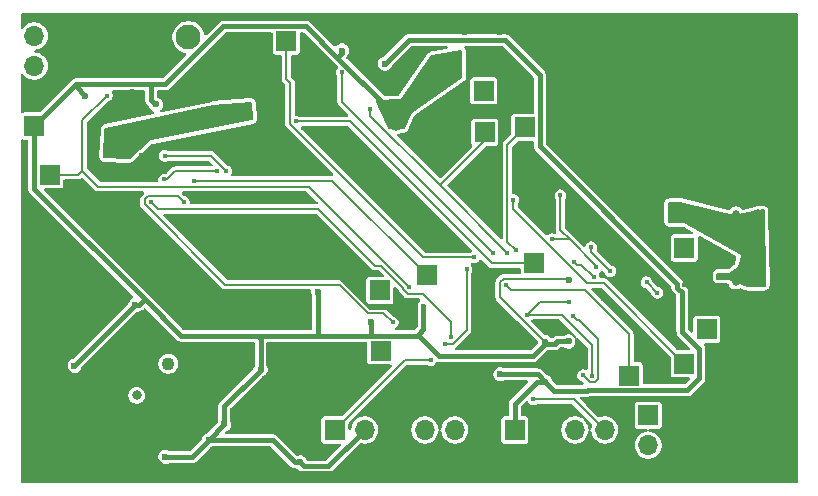
<source format=gbr>
%TF.GenerationSoftware,KiCad,Pcbnew,9.0.0*%
%TF.CreationDate,2025-05-18T23:18:51+02:00*%
%TF.ProjectId,CYPD3177_DEV_BOARD,43595044-3331-4373-975f-4445565f424f,rev?*%
%TF.SameCoordinates,Original*%
%TF.FileFunction,Copper,L2,Bot*%
%TF.FilePolarity,Positive*%
%FSLAX46Y46*%
G04 Gerber Fmt 4.6, Leading zero omitted, Abs format (unit mm)*
G04 Created by KiCad (PCBNEW 9.0.0) date 2025-05-18 23:18:51*
%MOMM*%
%LPD*%
G01*
G04 APERTURE LIST*
G04 Aperture macros list*
%AMRoundRect*
0 Rectangle with rounded corners*
0 $1 Rounding radius*
0 $2 $3 $4 $5 $6 $7 $8 $9 X,Y pos of 4 corners*
0 Add a 4 corners polygon primitive as box body*
4,1,4,$2,$3,$4,$5,$6,$7,$8,$9,$2,$3,0*
0 Add four circle primitives for the rounded corners*
1,1,$1+$1,$2,$3*
1,1,$1+$1,$4,$5*
1,1,$1+$1,$6,$7*
1,1,$1+$1,$8,$9*
0 Add four rect primitives between the rounded corners*
20,1,$1+$1,$2,$3,$4,$5,0*
20,1,$1+$1,$4,$5,$6,$7,0*
20,1,$1+$1,$6,$7,$8,$9,0*
20,1,$1+$1,$8,$9,$2,$3,0*%
G04 Aperture macros list end*
%TA.AperFunction,ComponentPad*%
%ADD10R,1.700000X1.700000*%
%TD*%
%TA.AperFunction,ComponentPad*%
%ADD11RoundRect,0.250001X-0.799999X-0.799999X0.799999X-0.799999X0.799999X0.799999X-0.799999X0.799999X0*%
%TD*%
%TA.AperFunction,ComponentPad*%
%ADD12C,2.100000*%
%TD*%
%TA.AperFunction,ComponentPad*%
%ADD13C,0.650000*%
%TD*%
%TA.AperFunction,HeatsinkPad*%
%ADD14O,2.100000X1.000000*%
%TD*%
%TA.AperFunction,HeatsinkPad*%
%ADD15O,1.600000X1.000000*%
%TD*%
%TA.AperFunction,ComponentPad*%
%ADD16O,1.700000X1.700000*%
%TD*%
%TA.AperFunction,ComponentPad*%
%ADD17C,1.100000*%
%TD*%
%TA.AperFunction,ComponentPad*%
%ADD18C,0.800000*%
%TD*%
%TA.AperFunction,ViaPad*%
%ADD19C,0.600000*%
%TD*%
%TA.AperFunction,ViaPad*%
%ADD20C,1.000000*%
%TD*%
%TA.AperFunction,ViaPad*%
%ADD21C,0.400000*%
%TD*%
%TA.AperFunction,ViaPad*%
%ADD22C,1.200000*%
%TD*%
%TA.AperFunction,Conductor*%
%ADD23C,0.200000*%
%TD*%
%TA.AperFunction,Conductor*%
%ADD24C,0.300000*%
%TD*%
%TA.AperFunction,Conductor*%
%ADD25C,0.400000*%
%TD*%
G04 APERTURE END LIST*
D10*
%TO.P,J18,1,Pin_1*%
%TO.N,/Logic/PGOOD_Logic*%
X135600000Y-72500000D03*
%TD*%
D11*
%TO.P,J2,1,Pin_1*%
%TO.N,GND*%
X124760000Y-72150000D03*
D12*
%TO.P,J2,2,Pin_2*%
%TO.N,/Logic/Rail_2*%
X127300000Y-72150000D03*
%TD*%
D10*
%TO.P,J9,1,Pin_1*%
%TO.N,/Power/CC2*%
X169300000Y-90000000D03*
%TD*%
%TO.P,J17,1,Pin_1*%
%TO.N,/Logic/VBUS_SW*%
X156600000Y-91300000D03*
%TD*%
%TO.P,J21,1,Pin_1*%
%TO.N,GND*%
X173650000Y-102150000D03*
%TD*%
D13*
%TO.P,J1,A4,VBUS*%
%TO.N,/Power/VBUS*%
X173650000Y-92890000D03*
%TO.P,J1,A9,VBUS*%
X173650000Y-87110000D03*
D14*
%TO.P,J1,S1,SHIELD*%
%TO.N,GND*%
X173150000Y-94320000D03*
D15*
X177330000Y-94320000D03*
D14*
X173150000Y-85680000D03*
D15*
X177330000Y-85680000D03*
%TD*%
D10*
%TO.P,J20,1,Pin_1*%
%TO.N,/Logic/LOGIC_Report*%
X143500000Y-93600000D03*
%TD*%
%TO.P,J5,1,Pin_1*%
%TO.N,+5V*%
X114250000Y-79680000D03*
D16*
%TO.P,J5,2,Pin_2*%
%TO.N,GND*%
X114250000Y-77140000D03*
%TO.P,J5,3,Pin_3*%
%TO.N,/Logic/SCL*%
X114250000Y-74600000D03*
%TO.P,J5,4,Pin_4*%
%TO.N,/Logic/SDA*%
X114250000Y-72060000D03*
%TD*%
D10*
%TO.P,J10,1,Pin_1*%
%TO.N,/Logic/PD_Int*%
X164600000Y-100800000D03*
%TD*%
%TO.P,J15,1,Pin_1*%
%TO.N,/Logic/LOGIC_SW*%
X147500000Y-92300000D03*
%TD*%
%TO.P,J8,1,Pin_1*%
%TO.N,+3.3V*%
X154940000Y-105410000D03*
D16*
%TO.P,J8,2,Pin_2*%
%TO.N,GND*%
X157480000Y-105410000D03*
%TO.P,J8,3,Pin_3*%
%TO.N,/Logic/SCL_3.3v*%
X160020000Y-105410000D03*
%TO.P,J8,4,Pin_4*%
%TO.N,/Logic/SDA_3.3v*%
X162560000Y-105410000D03*
%TD*%
D17*
%TO.P,SW1,*%
%TO.N,*%
X125600000Y-99800000D03*
D18*
X122912994Y-102487006D03*
%TD*%
D10*
%TO.P,J16,1,Pin_1*%
%TO.N,/Logic/VBUS_Fault*%
X143600000Y-98700000D03*
%TD*%
%TO.P,J12,1,Pin_1*%
%TO.N,GND*%
X117450000Y-94650000D03*
%TD*%
%TO.P,J7,1,Pin_1*%
%TO.N,/Logic/UPDI*%
X139700000Y-105410000D03*
D16*
%TO.P,J7,2,Pin_2*%
%TO.N,+5V*%
X142240000Y-105410000D03*
%TO.P,J7,3,Pin_3*%
%TO.N,GND*%
X144780000Y-105410000D03*
%TO.P,J7,4,Pin_4*%
%TO.N,/Logic/RX*%
X147320000Y-105410000D03*
%TO.P,J7,5,Pin_5*%
%TO.N,/Logic/TX*%
X149860000Y-105410000D03*
%TD*%
D10*
%TO.P,J23,1,Pin_1*%
%TO.N,/Logic/Buck_Status*%
X155800000Y-79800000D03*
%TD*%
%TO.P,J13,1,Pin_1*%
%TO.N,/Logic/SCL*%
X166225000Y-104150000D03*
D16*
%TO.P,J13,2,Pin_2*%
%TO.N,/Logic/SDA*%
X166225000Y-106690000D03*
%TD*%
D10*
%TO.P,J22,1,Pin_1*%
%TO.N,/Logic/INA_ALERT*%
X115550000Y-83800000D03*
%TD*%
%TO.P,J19,1,Pin_1*%
%TO.N,/Logic/LOGIC_Selection*%
X152400001Y-80212500D03*
%TD*%
%TO.P,J11,1,Pin_1*%
%TO.N,/Power/NTC*%
X169300000Y-99800000D03*
%TD*%
%TO.P,J6,1,Pin_1*%
%TO.N,/Power/CC1*%
X171200000Y-96900000D03*
%TD*%
%TO.P,J14,1,Pin_1*%
%TO.N,+5V*%
X152300000Y-76700000D03*
%TD*%
D19*
%TO.N,GND*%
X153700000Y-102600000D03*
X165950000Y-98200000D03*
X130150000Y-87350000D03*
X168400000Y-97300000D03*
D20*
X140750000Y-71200000D03*
D19*
X145100000Y-94250000D03*
X162450000Y-94250000D03*
X121449283Y-103950717D03*
X146100000Y-96050000D03*
D20*
X132550000Y-80350000D03*
X119950000Y-73800000D03*
D19*
X152650000Y-93900000D03*
D21*
X157450000Y-96350000D03*
D19*
X132920000Y-105410000D03*
D21*
X122500000Y-76750000D03*
D19*
X127100000Y-90850000D03*
X152550000Y-95350000D03*
D22*
X140750000Y-81000000D03*
D19*
X163600000Y-95200000D03*
X123400000Y-82200000D03*
X162812500Y-80800000D03*
X165525000Y-80540000D03*
X165525000Y-83080000D03*
X165250000Y-90800000D03*
D20*
X136900000Y-91150000D03*
D19*
X153700000Y-71700000D03*
X146150000Y-74050000D03*
X132800000Y-73400000D03*
X156400000Y-70825000D03*
X138375000Y-74450000D03*
X130000000Y-85800000D03*
D20*
X147450000Y-80550000D03*
D19*
X121710913Y-98597919D03*
X150700000Y-71700000D03*
X175300000Y-80825000D03*
D20*
X127300000Y-93150000D03*
D19*
X142240000Y-72710000D03*
X151750000Y-94647500D03*
X159500000Y-101375000D03*
D20*
X129750000Y-98950000D03*
D19*
X131000000Y-85600000D03*
D20*
X171200000Y-108600000D03*
D19*
X136287500Y-99500000D03*
X127063711Y-98336289D03*
X164150000Y-93550000D03*
D20*
X160200000Y-107950000D03*
D19*
X154750000Y-98350000D03*
X123437500Y-84200000D03*
X132700000Y-90750000D03*
X135412500Y-94200000D03*
X175512500Y-96200000D03*
D21*
X169300000Y-93100000D03*
D22*
%TO.N,/Power/VBUS*%
X174800000Y-87900000D03*
D20*
X168462500Y-87000000D03*
D22*
X174900000Y-90900000D03*
D19*
%TO.N,+5V*%
X118575000Y-77100000D03*
X159500000Y-92675000D03*
X157500000Y-97950000D03*
X124550000Y-77850000D03*
X117622068Y-99999758D03*
D21*
X147200000Y-94900000D03*
D20*
X149050000Y-74100000D03*
D19*
X159500000Y-97912500D03*
X133412500Y-100300000D03*
D20*
X149950000Y-74850000D03*
X144100000Y-78100000D03*
D19*
X138287500Y-93700000D03*
X142775000Y-96300000D03*
X140300000Y-73287500D03*
X125329532Y-107707222D03*
X136737500Y-108150000D03*
X129024165Y-106293008D03*
X122801625Y-94820200D03*
D20*
X144900000Y-79550000D03*
D19*
X130345235Y-104945235D03*
D20*
%TO.N,/Logic/Rail_2_IN*%
X120900000Y-81900000D03*
X132100000Y-78600000D03*
X130180000Y-78587500D03*
X120950000Y-80550000D03*
D19*
%TO.N,+3.3V*%
X157500000Y-101325000D03*
X153700000Y-100700000D03*
X143950000Y-74400000D03*
D21*
%TO.N,Net-(IC1-DVDT)*%
X130500000Y-83500000D03*
X125300000Y-82200000D03*
%TO.N,/Logic/SDA_3.3v*%
X156500000Y-102800000D03*
%TO.N,/Logic/INA_ALERT*%
X120400000Y-77100000D03*
X146000000Y-93300000D03*
%TO.N,Net-(IC1-ILIM)*%
X125262500Y-84200000D03*
X129700000Y-83500000D03*
%TO.N,/Power/CC1*%
X167000000Y-93800000D03*
X166100000Y-92900000D03*
%TO.N,/Power/Measured_VBUS*%
X161600000Y-92450000D03*
X159950000Y-91150000D03*
%TO.N,/Logic/UPDI*%
X149000000Y-98100000D03*
X147800000Y-99500000D03*
X150850000Y-91800000D03*
%TO.N,/Power/NTC*%
X154800000Y-85910000D03*
%TO.N,Net-(U6-VOUT)*%
X163010000Y-91960000D03*
X161400000Y-89950000D03*
%TO.N,/Logic/PGOOD_Logic*%
X151500000Y-90800000D03*
%TO.N,/Logic/VBUS_SW*%
X136400000Y-79287500D03*
%TO.N,/Logic/LOGIC_Report*%
X153100000Y-90400000D03*
X140300000Y-75112500D03*
%TO.N,/Logic/Load_Monitor_VBUS*%
X124112500Y-86100000D03*
X149542500Y-97542500D03*
%TO.N,/Logic/PD_Int*%
X154200000Y-93100000D03*
%TO.N,/Logic/SCL*%
X156000000Y-95650000D03*
X159550000Y-94550000D03*
X161500000Y-100850000D03*
%TO.N,/Logic/LOGIC_SW*%
X127800000Y-84300000D03*
%TO.N,/Logic/VBUS_Fault*%
X144600000Y-96300000D03*
X126900000Y-86100000D03*
%TO.N,/Logic/SDA*%
X160722174Y-100787352D03*
X159900000Y-95800000D03*
%TO.N,/Logic/LOGIC_Selection*%
X142700000Y-78200000D03*
X154300000Y-90400000D03*
%TO.N,Net-(U6-PWR_EN)*%
X158800000Y-85550000D03*
X161850000Y-91650000D03*
X158075000Y-89275000D03*
%TO.N,/Logic/Buck_Status*%
X155000000Y-90200000D03*
%TD*%
D23*
%TO.N,GND*%
X147320000Y-107950000D02*
X160200000Y-107950000D01*
X171200000Y-108600000D02*
X177330000Y-102470000D01*
X160101000Y-97663557D02*
X160101000Y-100774000D01*
X160101000Y-100774000D02*
X159500000Y-101375000D01*
D24*
X145099000Y-95049000D02*
X142686810Y-95049000D01*
D23*
X157450000Y-96350000D02*
X158787443Y-96350000D01*
X117021068Y-100248701D02*
X117021068Y-95078932D01*
X144780000Y-105410000D02*
X141189000Y-109001000D01*
X160200000Y-107950000D02*
X160020000Y-107950000D01*
X160850000Y-108600000D02*
X171200000Y-108600000D01*
X160020000Y-107950000D02*
X157480000Y-105410000D01*
X117021068Y-95078932D02*
X117450000Y-94650000D01*
D24*
X146100000Y-96050000D02*
X145099000Y-95049000D01*
D23*
X160200000Y-107950000D02*
X160850000Y-108600000D01*
X125773367Y-109001000D02*
X117021068Y-100248701D01*
X158787443Y-96350000D02*
X160101000Y-97663557D01*
X141189000Y-109001000D02*
X125773367Y-109001000D01*
D24*
X142686810Y-95049000D02*
X138787810Y-91150000D01*
D23*
X177330000Y-102470000D02*
X177330000Y-94320000D01*
D24*
X138787810Y-91150000D02*
X136900000Y-91150000D01*
D23*
X144780000Y-105410000D02*
X147320000Y-107950000D01*
%TO.N,+5V*%
X153699000Y-92892479D02*
X153699000Y-94149000D01*
D25*
X124150000Y-77450000D02*
X124550000Y-77850000D01*
X146849000Y-97251000D02*
X147200000Y-96900000D01*
X126699000Y-97449000D02*
X133200000Y-97449000D01*
X156493500Y-99150000D02*
X157500000Y-98143500D01*
X130345235Y-104945235D02*
X130345235Y-103367265D01*
X124150000Y-76149000D02*
X124150000Y-77450000D01*
X114250000Y-79680000D02*
X114250000Y-85000000D01*
X146849000Y-97449000D02*
X148550000Y-99150000D01*
D23*
X153991536Y-92599943D02*
X153699000Y-92892479D01*
D25*
X136737500Y-108150000D02*
X137087500Y-108500000D01*
X117781000Y-76306000D02*
X118575000Y-77100000D01*
X137286443Y-71249000D02*
X130253024Y-71249000D01*
X136737500Y-108150000D02*
X136337500Y-108150000D01*
X144100000Y-78062557D02*
X139918721Y-73881279D01*
X158306500Y-98143500D02*
X158537500Y-97912500D01*
X138287500Y-93700000D02*
X138287500Y-97436500D01*
X114250000Y-85000000D02*
X123600000Y-94350000D01*
D23*
X159500000Y-92675000D02*
X159424943Y-92599943D01*
D25*
X139150000Y-108500000D02*
X142240000Y-105410000D01*
X148550000Y-99150000D02*
X156493500Y-99150000D01*
X139918721Y-73881279D02*
X137286443Y-71249000D01*
X130253024Y-71249000D02*
X125353024Y-76149000D01*
X117781000Y-76149000D02*
X117781000Y-76306000D01*
X138300000Y-97449000D02*
X142800000Y-97449000D01*
X129024165Y-106293008D02*
X129024165Y-106266305D01*
X125353024Y-76149000D02*
X124150000Y-76149000D01*
X117781000Y-76149000D02*
X114250000Y-79680000D01*
X133200000Y-97449000D02*
X138300000Y-97449000D01*
X117622068Y-99999758D02*
X122801625Y-94820200D01*
X124150000Y-76149000D02*
X117781000Y-76149000D01*
X130345235Y-103367265D02*
X133412500Y-100300000D01*
D23*
X153699000Y-94149000D02*
X157500000Y-97950000D01*
D25*
X123129800Y-94820200D02*
X123600000Y-94350000D01*
X144100000Y-78100000D02*
X144100000Y-78062557D01*
X140300000Y-73287500D02*
X140300000Y-73500000D01*
X122801625Y-94820200D02*
X123129800Y-94820200D01*
X142800000Y-97449000D02*
X146849000Y-97449000D01*
X125329532Y-107707222D02*
X127609951Y-107707222D01*
X158537500Y-97912500D02*
X159500000Y-97912500D01*
X142775000Y-97424000D02*
X142800000Y-97449000D01*
X137087500Y-108500000D02*
X139150000Y-108500000D01*
X133412500Y-100300000D02*
X133412500Y-97661500D01*
X147200000Y-96900000D02*
X147200000Y-94900000D01*
X129024165Y-106266305D02*
X130345235Y-104945235D01*
X138287500Y-97436500D02*
X138300000Y-97449000D01*
X136337500Y-108150000D02*
X134480508Y-106293008D01*
X123600000Y-94350000D02*
X126699000Y-97449000D01*
X146849000Y-97449000D02*
X146849000Y-97251000D01*
D23*
X157500000Y-97950000D02*
X157500000Y-98143500D01*
D25*
X133412500Y-97661500D02*
X133200000Y-97449000D01*
X140300000Y-73500000D02*
X139918721Y-73881279D01*
D23*
X159424943Y-92599943D02*
X153991536Y-92599943D01*
D25*
X142775000Y-96300000D02*
X142775000Y-97424000D01*
X134480508Y-106293008D02*
X129024165Y-106293008D01*
X157500000Y-98143500D02*
X158306500Y-98143500D01*
X127609951Y-107707222D02*
X129024165Y-106293008D01*
%TO.N,+3.3V*%
X168699000Y-93348943D02*
X169051057Y-93701000D01*
X157051000Y-75353000D02*
X157051000Y-81401000D01*
X169051057Y-93701000D02*
X169101000Y-93701000D01*
X156800000Y-101325000D02*
X154940000Y-103185000D01*
X157500000Y-101325000D02*
X158251000Y-102076000D01*
X169101000Y-93701000D02*
X169101000Y-97099000D01*
X143950000Y-74400000D02*
X146000000Y-72350000D01*
X146000000Y-72350000D02*
X146051000Y-72401000D01*
X156875000Y-100700000D02*
X153700000Y-100700000D01*
X157500000Y-101325000D02*
X156800000Y-101325000D01*
X169101000Y-97099000D02*
X170551000Y-98549000D01*
X170551000Y-101051000D02*
X169551000Y-102051000D01*
X170551000Y-98549000D02*
X170551000Y-101051000D01*
X154940000Y-103185000D02*
X154940000Y-105410000D01*
X169551000Y-102051000D02*
X161101000Y-102051000D01*
X154099000Y-72401000D02*
X157051000Y-75353000D01*
X158251000Y-102076000D02*
X161076000Y-102076000D01*
X157500000Y-101325000D02*
X156875000Y-100700000D01*
X153750000Y-100650000D02*
X153700000Y-100700000D01*
X168699000Y-93049000D02*
X168699000Y-93348943D01*
X161076000Y-102076000D02*
X161101000Y-102051000D01*
X157051000Y-81401000D02*
X168699000Y-93049000D01*
X146051000Y-72401000D02*
X154099000Y-72401000D01*
D23*
%TO.N,Net-(IC1-DVDT)*%
X130500000Y-83500000D02*
X129200000Y-82200000D01*
X125300000Y-82200000D02*
X129200000Y-82200000D01*
%TO.N,/Logic/SDA_3.3v*%
X159950000Y-102800000D02*
X162560000Y-105410000D01*
X156500000Y-102800000D02*
X159950000Y-102800000D01*
%TO.N,/Logic/INA_ALERT*%
X118300000Y-79200000D02*
X118300000Y-83450000D01*
X118300000Y-83450000D02*
X117950000Y-83800000D01*
X120400000Y-77100000D02*
X118300000Y-79200000D01*
X137499000Y-84801000D02*
X137500000Y-84800000D01*
X137500000Y-84800000D02*
X146000000Y-93300000D01*
X118300000Y-83450000D02*
X119651000Y-84801000D01*
X117950000Y-83800000D02*
X115550000Y-83800000D01*
X119651000Y-84801000D02*
X137499000Y-84801000D01*
%TO.N,Net-(IC1-ILIM)*%
X126200000Y-83500000D02*
X125500000Y-84200000D01*
X125500000Y-84200000D02*
X125262500Y-84200000D01*
X129700000Y-83500000D02*
X126200000Y-83500000D01*
%TO.N,/Power/CC1*%
X167000000Y-93800000D02*
X166100000Y-92900000D01*
%TO.N,/Power/Measured_VBUS*%
X161600000Y-92450000D02*
X160550000Y-91400000D01*
X160550000Y-91400000D02*
X160200000Y-91400000D01*
X160200000Y-91400000D02*
X159950000Y-91150000D01*
%TO.N,/Logic/UPDI*%
X150850000Y-96950000D02*
X150850000Y-91800000D01*
X139700000Y-105410000D02*
X145610000Y-99500000D01*
X145610000Y-99500000D02*
X147800000Y-99500000D01*
X149700000Y-98100000D02*
X150850000Y-96950000D01*
X149000000Y-98100000D02*
X149700000Y-98100000D01*
%TO.N,/Power/NTC*%
X154800000Y-86708521D02*
X154800000Y-85910000D01*
X162451000Y-92951000D02*
X161042479Y-92951000D01*
X161042479Y-92951000D02*
X154800000Y-86708521D01*
X169300000Y-99800000D02*
X162451000Y-92951000D01*
%TO.N,Net-(U6-VOUT)*%
X161400000Y-90350000D02*
X161400000Y-89950000D01*
X163010000Y-91960000D02*
X161400000Y-90350000D01*
%TO.N,/Logic/PGOOD_Logic*%
X151500000Y-90800000D02*
X147203979Y-90800000D01*
X147203979Y-90800000D02*
X135899000Y-79495021D01*
X135899000Y-79495021D02*
X135899000Y-76001000D01*
X135600000Y-75702000D02*
X135600000Y-72500000D01*
X135899000Y-76001000D02*
X135600000Y-75702000D01*
%TO.N,/Logic/VBUS_SW*%
X136400000Y-79287500D02*
X140987500Y-79287500D01*
X140987500Y-79287500D02*
X153000000Y-91300000D01*
X153000000Y-91300000D02*
X156600000Y-91300000D01*
%TO.N,/Logic/LOGIC_Report*%
X140300000Y-77600000D02*
X140300000Y-75112500D01*
X153100000Y-90400000D02*
X140300000Y-77600000D01*
%TO.N,/Logic/Load_Monitor_VBUS*%
X124112500Y-86100000D02*
X124712500Y-86700000D01*
X143632900Y-91500000D02*
X145499000Y-93366100D01*
X149542500Y-96292500D02*
X149542500Y-97542500D01*
X145499000Y-93366100D02*
X145499000Y-93507521D01*
X138300000Y-86700000D02*
X143100000Y-91500000D01*
X124712500Y-86700000D02*
X138300000Y-86700000D01*
X147125000Y-93875000D02*
X149542500Y-96292500D01*
X145866479Y-93875000D02*
X147125000Y-93875000D01*
X145499000Y-93507521D02*
X145866479Y-93875000D01*
X143100000Y-91500000D02*
X143632900Y-91500000D01*
%TO.N,/Logic/PD_Int*%
X160850000Y-93550000D02*
X164600000Y-97300000D01*
X154200000Y-93100000D02*
X154650000Y-93550000D01*
X164600000Y-97300000D02*
X164600000Y-100800000D01*
X154650000Y-93550000D02*
X160850000Y-93550000D01*
%TO.N,/Logic/SCL*%
X161500000Y-98250000D02*
X161500000Y-100850000D01*
X156000000Y-95650000D02*
X158900000Y-95650000D01*
X158900000Y-95650000D02*
X161500000Y-98250000D01*
X156000000Y-95650000D02*
X157100000Y-94550000D01*
X157100000Y-94550000D02*
X159550000Y-94550000D01*
%TO.N,/Logic/LOGIC_SW*%
X139500000Y-84300000D02*
X127800000Y-84300000D01*
X147500000Y-92300000D02*
X139500000Y-84300000D01*
%TO.N,/Logic/VBUS_Fault*%
X123904979Y-85599000D02*
X123611500Y-85892479D01*
X130402979Y-93099000D02*
X140099000Y-93099000D01*
X126900000Y-86100000D02*
X126399000Y-85599000D01*
X123611500Y-85892479D02*
X123611500Y-86307521D01*
X143800000Y-95500000D02*
X144600000Y-96300000D01*
X142500000Y-95500000D02*
X143800000Y-95500000D01*
X140099000Y-93099000D02*
X142500000Y-95500000D01*
X123611500Y-86307521D02*
X130402979Y-93099000D01*
X126399000Y-85599000D02*
X123904979Y-85599000D01*
%TO.N,/Logic/SDA*%
X159900000Y-95800000D02*
X160187500Y-96087500D01*
X160187500Y-96087500D02*
X160387500Y-96087500D01*
X162001000Y-101057521D02*
X161707521Y-101351000D01*
X160387500Y-96087500D02*
X162001000Y-97701000D01*
X160728831Y-100787352D02*
X160722174Y-100787352D01*
X162001000Y-97701000D02*
X162001000Y-101057521D01*
X161707521Y-101351000D02*
X161292479Y-101351000D01*
X161292479Y-101351000D02*
X160728831Y-100787352D01*
%TO.N,/Logic/LOGIC_Selection*%
X152400001Y-80899999D02*
X148600000Y-84700000D01*
X152400001Y-80212500D02*
X152400001Y-80899999D01*
X154300000Y-90400000D02*
X148600000Y-84700000D01*
X142700000Y-78800000D02*
X142700000Y-78200000D01*
X148600000Y-84700000D02*
X142700000Y-78800000D01*
%TO.N,Net-(U6-PWR_EN)*%
X158800000Y-88500000D02*
X158800000Y-85550000D01*
X161850000Y-91550000D02*
X159575000Y-89275000D01*
X161850000Y-91650000D02*
X161850000Y-91550000D01*
X159575000Y-89275000D02*
X158800000Y-88500000D01*
X159575000Y-89275000D02*
X158075000Y-89275000D01*
%TO.N,/Logic/Buck_Status*%
X154299000Y-89499000D02*
X154299000Y-81301000D01*
X155000000Y-90200000D02*
X154299000Y-89499000D01*
X154299000Y-81301000D02*
X155800000Y-79800000D01*
%TD*%
%TA.AperFunction,Conductor*%
%TO.N,GND*%
G36*
X178842539Y-70120185D02*
G01*
X178888294Y-70172989D01*
X178899500Y-70224500D01*
X178899500Y-109775500D01*
X178879815Y-109842539D01*
X178827011Y-109888294D01*
X178775500Y-109899500D01*
X113224500Y-109899500D01*
X113157461Y-109879815D01*
X113111706Y-109827011D01*
X113100500Y-109775500D01*
X113100500Y-102556001D01*
X122212493Y-102556001D01*
X122239412Y-102691328D01*
X122239415Y-102691338D01*
X122292215Y-102818810D01*
X122292222Y-102818823D01*
X122368879Y-102933547D01*
X122368882Y-102933551D01*
X122466448Y-103031117D01*
X122466452Y-103031120D01*
X122581176Y-103107777D01*
X122581189Y-103107784D01*
X122708661Y-103160584D01*
X122708666Y-103160586D01*
X122708670Y-103160586D01*
X122708671Y-103160587D01*
X122843998Y-103187506D01*
X122844001Y-103187506D01*
X122981989Y-103187506D01*
X123073035Y-103169395D01*
X123117322Y-103160586D01*
X123244805Y-103107781D01*
X123359536Y-103031120D01*
X123457108Y-102933548D01*
X123533769Y-102818817D01*
X123586574Y-102691334D01*
X123595383Y-102647047D01*
X123613494Y-102556001D01*
X123613494Y-102418010D01*
X123586575Y-102282683D01*
X123586574Y-102282682D01*
X123586574Y-102282678D01*
X123562364Y-102224230D01*
X123533772Y-102155201D01*
X123533765Y-102155188D01*
X123457108Y-102040464D01*
X123457105Y-102040460D01*
X123359539Y-101942894D01*
X123359535Y-101942891D01*
X123244811Y-101866234D01*
X123244798Y-101866227D01*
X123117326Y-101813427D01*
X123117316Y-101813424D01*
X122981989Y-101786506D01*
X122981987Y-101786506D01*
X122844001Y-101786506D01*
X122843999Y-101786506D01*
X122708671Y-101813424D01*
X122708661Y-101813427D01*
X122581189Y-101866227D01*
X122581176Y-101866234D01*
X122466452Y-101942891D01*
X122466448Y-101942894D01*
X122368882Y-102040460D01*
X122368879Y-102040464D01*
X122292222Y-102155188D01*
X122292215Y-102155201D01*
X122239415Y-102282673D01*
X122239412Y-102282683D01*
X122212494Y-102418010D01*
X122212494Y-102418013D01*
X122212494Y-102555999D01*
X122212494Y-102556001D01*
X122212493Y-102556001D01*
X113100500Y-102556001D01*
X113100500Y-80916547D01*
X113120185Y-80849508D01*
X113172989Y-80803753D01*
X113242147Y-80793809D01*
X113274579Y-80803110D01*
X113330009Y-80827585D01*
X113355135Y-80830500D01*
X113625501Y-80830499D01*
X113692539Y-80850183D01*
X113738294Y-80902987D01*
X113749500Y-80954499D01*
X113749500Y-85065891D01*
X113783608Y-85193187D01*
X113802688Y-85226233D01*
X113849500Y-85307314D01*
X113849502Y-85307316D01*
X122603350Y-94061164D01*
X122636835Y-94122487D01*
X122631851Y-94192179D01*
X122589979Y-94248112D01*
X122576451Y-94255817D01*
X122576879Y-94256559D01*
X122432915Y-94339675D01*
X122432907Y-94339681D01*
X122321106Y-94451482D01*
X122321100Y-94451490D01*
X122242051Y-94588409D01*
X122242047Y-94588418D01*
X122220065Y-94670452D01*
X122187972Y-94726037D01*
X117527905Y-99386105D01*
X117472320Y-99418198D01*
X117390286Y-99440180D01*
X117390277Y-99440184D01*
X117253358Y-99519233D01*
X117253350Y-99519239D01*
X117141549Y-99631040D01*
X117141543Y-99631048D01*
X117062494Y-99767967D01*
X117062491Y-99767974D01*
X117021568Y-99920701D01*
X117021568Y-100078815D01*
X117062491Y-100231540D01*
X117062491Y-100231541D01*
X117062494Y-100231548D01*
X117141543Y-100368467D01*
X117141547Y-100368472D01*
X117141548Y-100368474D01*
X117253352Y-100480278D01*
X117253354Y-100480279D01*
X117253358Y-100480282D01*
X117342574Y-100531790D01*
X117390284Y-100559335D01*
X117543011Y-100600258D01*
X117543013Y-100600258D01*
X117701123Y-100600258D01*
X117701125Y-100600258D01*
X117853852Y-100559335D01*
X117990784Y-100480278D01*
X118102588Y-100368474D01*
X118181645Y-100231542D01*
X118203626Y-100149506D01*
X118235717Y-100093921D01*
X118613410Y-99716228D01*
X124749500Y-99716228D01*
X124749500Y-99883771D01*
X124782182Y-100048074D01*
X124782184Y-100048082D01*
X124846295Y-100202860D01*
X124939373Y-100342162D01*
X125057837Y-100460626D01*
X125150494Y-100522537D01*
X125197137Y-100553703D01*
X125197138Y-100553703D01*
X125197139Y-100553704D01*
X125232201Y-100568227D01*
X125351918Y-100617816D01*
X125516228Y-100650499D01*
X125516232Y-100650500D01*
X125516233Y-100650500D01*
X125683768Y-100650500D01*
X125683769Y-100650499D01*
X125848082Y-100617816D01*
X126002863Y-100553703D01*
X126142162Y-100460626D01*
X126260626Y-100342162D01*
X126353703Y-100202863D01*
X126417816Y-100048082D01*
X126450500Y-99883767D01*
X126450500Y-99716233D01*
X126417816Y-99551918D01*
X126362427Y-99418198D01*
X126353704Y-99397139D01*
X126346331Y-99386105D01*
X126266918Y-99267254D01*
X126260626Y-99257837D01*
X126142162Y-99139373D01*
X126002860Y-99046295D01*
X125848082Y-98982184D01*
X125848074Y-98982182D01*
X125683771Y-98949500D01*
X125683767Y-98949500D01*
X125516233Y-98949500D01*
X125516228Y-98949500D01*
X125351925Y-98982182D01*
X125351917Y-98982184D01*
X125197139Y-99046295D01*
X125057837Y-99139373D01*
X124939373Y-99257837D01*
X124846295Y-99397139D01*
X124782184Y-99551917D01*
X124782182Y-99551925D01*
X124749500Y-99716228D01*
X118613410Y-99716228D01*
X122895789Y-95433848D01*
X122902717Y-95429219D01*
X122905661Y-95424980D01*
X122919850Y-95417771D01*
X122936015Y-95406971D01*
X122943520Y-95403862D01*
X123033409Y-95379777D01*
X123113997Y-95333249D01*
X123121507Y-95330139D01*
X123141925Y-95327943D01*
X123168959Y-95320700D01*
X123195690Y-95320700D01*
X123195692Y-95320700D01*
X123322986Y-95286592D01*
X123437114Y-95220700D01*
X123512318Y-95145494D01*
X123573641Y-95112010D01*
X123643333Y-95116994D01*
X123687681Y-95145495D01*
X126391686Y-97849500D01*
X126490413Y-97906500D01*
X126490956Y-97906814D01*
X126505814Y-97915392D01*
X126633108Y-97949500D01*
X126764893Y-97949500D01*
X132788000Y-97949500D01*
X132855039Y-97969185D01*
X132900794Y-98021989D01*
X132912000Y-98073500D01*
X132912000Y-99932664D01*
X132910373Y-99940842D01*
X132911289Y-99945919D01*
X132906354Y-99961045D01*
X132902561Y-99980117D01*
X132899449Y-99987627D01*
X132852923Y-100068216D01*
X132828839Y-100158095D01*
X132825727Y-100165609D01*
X132812840Y-100181599D01*
X132798847Y-100205837D01*
X130037921Y-102966765D01*
X129944737Y-103059948D01*
X129944735Y-103059951D01*
X129878843Y-103174077D01*
X129844735Y-103301373D01*
X129844735Y-104577899D01*
X129843108Y-104586077D01*
X129844024Y-104591154D01*
X129839089Y-104606280D01*
X129835296Y-104625352D01*
X129832184Y-104632862D01*
X129785658Y-104713451D01*
X129761574Y-104803330D01*
X129758462Y-104810844D01*
X129745575Y-104826834D01*
X129731582Y-104851072D01*
X128893525Y-105689129D01*
X128837940Y-105721222D01*
X128792386Y-105733429D01*
X128792374Y-105733434D01*
X128655455Y-105812483D01*
X128655447Y-105812489D01*
X128543646Y-105924290D01*
X128543640Y-105924298D01*
X128464591Y-106061217D01*
X128464587Y-106061226D01*
X128442605Y-106143260D01*
X128410512Y-106198845D01*
X127438956Y-107170403D01*
X127377633Y-107203888D01*
X127351275Y-107206722D01*
X125696866Y-107206722D01*
X125634866Y-107190109D01*
X125561318Y-107147646D01*
X125561317Y-107147645D01*
X125561316Y-107147645D01*
X125408589Y-107106722D01*
X125250475Y-107106722D01*
X125097748Y-107147645D01*
X125097741Y-107147648D01*
X124960822Y-107226697D01*
X124960814Y-107226703D01*
X124849013Y-107338504D01*
X124849007Y-107338512D01*
X124769958Y-107475431D01*
X124769955Y-107475438D01*
X124729032Y-107628165D01*
X124729032Y-107786279D01*
X124765654Y-107922952D01*
X124769955Y-107939005D01*
X124769958Y-107939012D01*
X124849007Y-108075931D01*
X124849011Y-108075936D01*
X124849012Y-108075938D01*
X124960816Y-108187742D01*
X124960818Y-108187743D01*
X124960822Y-108187746D01*
X125097741Y-108266795D01*
X125097748Y-108266799D01*
X125250475Y-108307722D01*
X125250477Y-108307722D01*
X125408587Y-108307722D01*
X125408589Y-108307722D01*
X125561316Y-108266799D01*
X125634866Y-108224334D01*
X125696866Y-108207722D01*
X127675841Y-108207722D01*
X127675843Y-108207722D01*
X127803137Y-108173614D01*
X127917265Y-108107722D01*
X129118329Y-106906656D01*
X129125257Y-106902027D01*
X129128201Y-106897788D01*
X129142390Y-106890579D01*
X129158555Y-106879779D01*
X129166060Y-106876670D01*
X129255949Y-106852585D01*
X129336537Y-106806057D01*
X129344047Y-106802947D01*
X129364465Y-106800751D01*
X129391499Y-106793508D01*
X134221832Y-106793508D01*
X134288871Y-106813193D01*
X134309513Y-106829827D01*
X135932659Y-108452972D01*
X135932669Y-108452983D01*
X135936999Y-108457313D01*
X135937000Y-108457314D01*
X136030186Y-108550500D01*
X136144314Y-108616392D01*
X136271607Y-108650500D01*
X136271608Y-108650500D01*
X136370166Y-108650500D01*
X136378342Y-108652126D01*
X136383421Y-108651210D01*
X136398551Y-108656146D01*
X136417618Y-108659939D01*
X136425127Y-108663049D01*
X136505716Y-108709577D01*
X136595600Y-108733661D01*
X136603108Y-108736771D01*
X136619098Y-108749656D01*
X136643337Y-108763651D01*
X136687000Y-108807314D01*
X136780186Y-108900500D01*
X136894314Y-108966392D01*
X137021608Y-109000500D01*
X137021610Y-109000500D01*
X139215890Y-109000500D01*
X139215892Y-109000500D01*
X139343186Y-108966392D01*
X139457314Y-108900500D01*
X141807459Y-106550353D01*
X141868780Y-106516870D01*
X141933458Y-106520106D01*
X141970583Y-106532169D01*
X141970586Y-106532169D01*
X141970591Y-106532171D01*
X142053429Y-106545291D01*
X142149449Y-106560500D01*
X142149454Y-106560500D01*
X142330551Y-106560500D01*
X142417259Y-106546765D01*
X142509409Y-106532171D01*
X142681639Y-106476211D01*
X142842994Y-106393996D01*
X142989501Y-106287553D01*
X143117553Y-106159501D01*
X143223996Y-106012994D01*
X143306211Y-105851639D01*
X143362171Y-105679409D01*
X143376765Y-105587259D01*
X143390500Y-105500551D01*
X143390500Y-105319448D01*
X146169500Y-105319448D01*
X146169500Y-105500551D01*
X146197829Y-105679410D01*
X146253787Y-105851636D01*
X146253788Y-105851639D01*
X146336006Y-106012997D01*
X146442441Y-106159494D01*
X146442445Y-106159499D01*
X146570500Y-106287554D01*
X146570505Y-106287558D01*
X146698287Y-106380396D01*
X146717006Y-106393996D01*
X146793094Y-106432765D01*
X146878360Y-106476211D01*
X146878363Y-106476212D01*
X146964476Y-106504191D01*
X147050591Y-106532171D01*
X147133429Y-106545291D01*
X147229449Y-106560500D01*
X147229454Y-106560500D01*
X147410551Y-106560500D01*
X147497259Y-106546765D01*
X147589409Y-106532171D01*
X147761639Y-106476211D01*
X147922994Y-106393996D01*
X148069501Y-106287553D01*
X148197553Y-106159501D01*
X148303996Y-106012994D01*
X148386211Y-105851639D01*
X148442171Y-105679409D01*
X148456759Y-105587305D01*
X148467527Y-105519321D01*
X148497456Y-105456186D01*
X148556768Y-105419255D01*
X148626630Y-105420253D01*
X148684863Y-105458863D01*
X148712473Y-105519321D01*
X148737829Y-105679410D01*
X148793787Y-105851636D01*
X148793788Y-105851639D01*
X148876006Y-106012997D01*
X148982441Y-106159494D01*
X148982445Y-106159499D01*
X149110500Y-106287554D01*
X149110505Y-106287558D01*
X149238287Y-106380396D01*
X149257006Y-106393996D01*
X149333094Y-106432765D01*
X149418360Y-106476211D01*
X149418363Y-106476212D01*
X149504476Y-106504191D01*
X149590591Y-106532171D01*
X149673429Y-106545291D01*
X149769449Y-106560500D01*
X149769454Y-106560500D01*
X149950551Y-106560500D01*
X150037259Y-106546765D01*
X150129409Y-106532171D01*
X150301639Y-106476211D01*
X150462994Y-106393996D01*
X150609501Y-106287553D01*
X150737553Y-106159501D01*
X150843996Y-106012994D01*
X150926211Y-105851639D01*
X150982171Y-105679409D01*
X150996765Y-105587259D01*
X151010500Y-105500551D01*
X151010500Y-105319448D01*
X150994019Y-105215397D01*
X150982171Y-105140591D01*
X150944384Y-105024292D01*
X150926212Y-104968363D01*
X150926211Y-104968360D01*
X150876459Y-104870718D01*
X150843996Y-104807006D01*
X150776024Y-104713450D01*
X150737558Y-104660505D01*
X150737554Y-104660500D01*
X150609499Y-104532445D01*
X150609494Y-104532441D01*
X150462997Y-104426006D01*
X150462996Y-104426005D01*
X150462994Y-104426004D01*
X150386906Y-104387235D01*
X150301639Y-104343788D01*
X150301636Y-104343787D01*
X150129410Y-104287829D01*
X149950551Y-104259500D01*
X149950546Y-104259500D01*
X149769454Y-104259500D01*
X149769449Y-104259500D01*
X149590589Y-104287829D01*
X149418363Y-104343787D01*
X149418360Y-104343788D01*
X149257002Y-104426006D01*
X149110505Y-104532441D01*
X149110500Y-104532445D01*
X148982445Y-104660500D01*
X148982441Y-104660505D01*
X148876006Y-104807002D01*
X148793788Y-104968360D01*
X148793787Y-104968363D01*
X148737829Y-105140589D01*
X148712473Y-105300678D01*
X148682544Y-105363813D01*
X148623232Y-105400744D01*
X148553369Y-105399746D01*
X148495137Y-105361136D01*
X148467527Y-105300678D01*
X148453740Y-105213639D01*
X148442171Y-105140591D01*
X148404384Y-105024292D01*
X148386212Y-104968363D01*
X148386211Y-104968360D01*
X148336459Y-104870718D01*
X148303996Y-104807006D01*
X148236024Y-104713450D01*
X148197558Y-104660505D01*
X148197554Y-104660500D01*
X148069499Y-104532445D01*
X148069494Y-104532441D01*
X147922997Y-104426006D01*
X147922996Y-104426005D01*
X147922994Y-104426004D01*
X147846906Y-104387235D01*
X147761639Y-104343788D01*
X147761636Y-104343787D01*
X147589410Y-104287829D01*
X147410551Y-104259500D01*
X147410546Y-104259500D01*
X147229454Y-104259500D01*
X147229449Y-104259500D01*
X147050589Y-104287829D01*
X146878363Y-104343787D01*
X146878360Y-104343788D01*
X146717002Y-104426006D01*
X146570505Y-104532441D01*
X146570500Y-104532445D01*
X146442445Y-104660500D01*
X146442441Y-104660505D01*
X146336006Y-104807002D01*
X146253788Y-104968360D01*
X146253787Y-104968363D01*
X146197829Y-105140589D01*
X146169500Y-105319448D01*
X143390500Y-105319448D01*
X143374019Y-105215397D01*
X143362171Y-105140591D01*
X143324384Y-105024292D01*
X143306212Y-104968363D01*
X143306211Y-104968360D01*
X143256459Y-104870718D01*
X143223996Y-104807006D01*
X143156024Y-104713450D01*
X143117558Y-104660505D01*
X143117554Y-104660500D01*
X142989499Y-104532445D01*
X142989494Y-104532441D01*
X142842997Y-104426006D01*
X142842996Y-104426005D01*
X142842994Y-104426004D01*
X142766906Y-104387235D01*
X142681639Y-104343788D01*
X142681636Y-104343787D01*
X142509410Y-104287829D01*
X142330551Y-104259500D01*
X142330546Y-104259500D01*
X142149454Y-104259500D01*
X142149449Y-104259500D01*
X141970589Y-104287829D01*
X141798363Y-104343787D01*
X141798360Y-104343788D01*
X141637006Y-104426003D01*
X141505747Y-104521367D01*
X141505740Y-104521373D01*
X141490499Y-104532447D01*
X141362447Y-104660499D01*
X141351373Y-104675740D01*
X141351367Y-104675747D01*
X141256003Y-104807006D01*
X141173788Y-104968360D01*
X141173787Y-104968363D01*
X141117829Y-105140589D01*
X141096972Y-105272273D01*
X141067043Y-105335408D01*
X141007731Y-105372339D01*
X140937868Y-105371341D01*
X140879636Y-105332731D01*
X140851522Y-105268767D01*
X140850499Y-105252875D01*
X140850499Y-104877255D01*
X140870184Y-104810216D01*
X140886818Y-104789574D01*
X141015893Y-104660499D01*
X145739574Y-99936819D01*
X145800897Y-99903334D01*
X145827255Y-99900500D01*
X147459460Y-99900500D01*
X147521460Y-99917113D01*
X147555592Y-99936819D01*
X147606814Y-99966392D01*
X147734108Y-100000500D01*
X147734110Y-100000500D01*
X147865890Y-100000500D01*
X147865892Y-100000500D01*
X147993186Y-99966392D01*
X148107314Y-99900500D01*
X148200500Y-99807314D01*
X148266392Y-99693186D01*
X148266392Y-99693184D01*
X148269329Y-99688098D01*
X148319896Y-99639883D01*
X148388503Y-99626659D01*
X148408795Y-99630320D01*
X148484107Y-99650500D01*
X148484108Y-99650500D01*
X148484110Y-99650500D01*
X156559390Y-99650500D01*
X156559392Y-99650500D01*
X156686686Y-99616392D01*
X156800814Y-99550500D01*
X157670995Y-98680319D01*
X157732318Y-98646834D01*
X157758676Y-98644000D01*
X158372390Y-98644000D01*
X158372392Y-98644000D01*
X158499686Y-98609892D01*
X158613814Y-98544000D01*
X158708495Y-98449319D01*
X158769818Y-98415834D01*
X158796176Y-98413000D01*
X159132666Y-98413000D01*
X159194665Y-98429612D01*
X159268216Y-98472077D01*
X159420943Y-98513000D01*
X159420945Y-98513000D01*
X159579055Y-98513000D01*
X159579057Y-98513000D01*
X159731784Y-98472077D01*
X159868716Y-98393020D01*
X159980520Y-98281216D01*
X160059577Y-98144284D01*
X160100500Y-97991557D01*
X160100500Y-97833443D01*
X160067806Y-97711427D01*
X160069469Y-97641580D01*
X160108631Y-97583717D01*
X160172860Y-97556213D01*
X160241762Y-97567799D01*
X160275262Y-97591655D01*
X161063181Y-98379574D01*
X161096666Y-98440897D01*
X161099500Y-98467255D01*
X161099500Y-100212498D01*
X161079815Y-100279537D01*
X161027011Y-100325292D01*
X160957853Y-100335236D01*
X160923214Y-100323249D01*
X160922874Y-100324072D01*
X160915362Y-100320961D01*
X160915361Y-100320960D01*
X160915360Y-100320960D01*
X160788066Y-100286852D01*
X160656282Y-100286852D01*
X160528986Y-100320960D01*
X160414860Y-100386852D01*
X160414857Y-100386854D01*
X160321676Y-100480035D01*
X160321674Y-100480038D01*
X160255782Y-100594164D01*
X160235806Y-100668717D01*
X160221674Y-100721460D01*
X160221674Y-100853244D01*
X160231565Y-100890157D01*
X160255782Y-100980539D01*
X160269786Y-101004794D01*
X160321674Y-101094666D01*
X160414860Y-101187852D01*
X160528988Y-101253744D01*
X160633282Y-101281689D01*
X160647167Y-101289705D01*
X160660614Y-101292631D01*
X160688868Y-101313782D01*
X160738905Y-101363819D01*
X160772390Y-101425142D01*
X160767406Y-101494834D01*
X160725534Y-101550767D01*
X160660070Y-101575184D01*
X160651224Y-101575500D01*
X158509676Y-101575500D01*
X158442637Y-101555815D01*
X158421995Y-101539181D01*
X158113651Y-101230837D01*
X158081557Y-101175250D01*
X158059577Y-101093216D01*
X157994523Y-100980538D01*
X157980524Y-100956290D01*
X157980518Y-100956282D01*
X157868717Y-100844481D01*
X157868709Y-100844475D01*
X157731790Y-100765426D01*
X157731786Y-100765424D01*
X157731784Y-100765423D01*
X157731782Y-100765422D01*
X157731779Y-100765421D01*
X157649747Y-100743440D01*
X157594161Y-100711347D01*
X157182316Y-100299502D01*
X157182314Y-100299500D01*
X157125250Y-100266554D01*
X157068187Y-100233608D01*
X157004539Y-100216554D01*
X156940892Y-100199500D01*
X156940891Y-100199500D01*
X154067334Y-100199500D01*
X154005334Y-100182887D01*
X153931786Y-100140424D01*
X153931785Y-100140423D01*
X153931784Y-100140423D01*
X153779057Y-100099500D01*
X153620943Y-100099500D01*
X153468216Y-100140423D01*
X153468209Y-100140426D01*
X153331290Y-100219475D01*
X153331282Y-100219481D01*
X153219481Y-100331282D01*
X153219475Y-100331290D01*
X153140426Y-100468209D01*
X153140423Y-100468216D01*
X153099500Y-100620943D01*
X153099500Y-100779057D01*
X153135565Y-100913651D01*
X153140423Y-100931783D01*
X153140426Y-100931790D01*
X153219475Y-101068709D01*
X153219479Y-101068714D01*
X153219480Y-101068716D01*
X153331284Y-101180520D01*
X153331286Y-101180521D01*
X153331290Y-101180524D01*
X153399986Y-101220185D01*
X153468216Y-101259577D01*
X153620943Y-101300500D01*
X153620945Y-101300500D01*
X153779055Y-101300500D01*
X153779057Y-101300500D01*
X153931784Y-101259577D01*
X154005334Y-101217112D01*
X154067334Y-101200500D01*
X155917325Y-101200500D01*
X155984364Y-101220185D01*
X156030119Y-101272989D01*
X156040063Y-101342147D01*
X156011038Y-101405703D01*
X156005009Y-101412177D01*
X154899794Y-102517391D01*
X154615245Y-102801940D01*
X154615244Y-102801940D01*
X154615245Y-102801941D01*
X154539500Y-102877686D01*
X154473608Y-102991812D01*
X154439500Y-103119108D01*
X154439500Y-104135500D01*
X154419815Y-104202539D01*
X154367011Y-104248294D01*
X154315500Y-104259500D01*
X154045143Y-104259500D01*
X154045117Y-104259502D01*
X154020012Y-104262413D01*
X154020008Y-104262415D01*
X153917235Y-104307793D01*
X153837794Y-104387234D01*
X153792415Y-104490006D01*
X153792415Y-104490008D01*
X153789500Y-104515131D01*
X153789500Y-106304856D01*
X153789502Y-106304882D01*
X153792413Y-106329987D01*
X153792415Y-106329991D01*
X153837793Y-106432764D01*
X153837794Y-106432765D01*
X153917235Y-106512206D01*
X154020009Y-106557585D01*
X154045135Y-106560500D01*
X155834864Y-106560499D01*
X155834879Y-106560497D01*
X155834882Y-106560497D01*
X155859987Y-106557586D01*
X155859988Y-106557585D01*
X155859991Y-106557585D01*
X155962765Y-106512206D01*
X156042206Y-106432765D01*
X156087585Y-106329991D01*
X156090500Y-106304865D01*
X156090499Y-104515136D01*
X156089589Y-104507290D01*
X156087586Y-104490012D01*
X156087585Y-104490010D01*
X156087585Y-104490009D01*
X156042206Y-104387235D01*
X155962765Y-104307794D01*
X155962763Y-104307793D01*
X155859992Y-104262415D01*
X155834868Y-104259500D01*
X155834865Y-104259500D01*
X155564500Y-104259500D01*
X155497461Y-104239815D01*
X155451706Y-104187011D01*
X155440500Y-104135500D01*
X155440500Y-103443675D01*
X155460185Y-103376636D01*
X155476819Y-103355994D01*
X155658736Y-103174077D01*
X155848339Y-102984473D01*
X155909660Y-102950990D01*
X155979351Y-102955974D01*
X156035285Y-102997845D01*
X156043405Y-103010155D01*
X156099500Y-103107314D01*
X156192686Y-103200500D01*
X156287285Y-103255117D01*
X156306810Y-103266390D01*
X156306814Y-103266392D01*
X156434108Y-103300500D01*
X156434110Y-103300500D01*
X156565890Y-103300500D01*
X156565892Y-103300500D01*
X156693186Y-103266392D01*
X156778540Y-103217113D01*
X156840540Y-103200500D01*
X159732745Y-103200500D01*
X159799784Y-103220185D01*
X159820426Y-103236819D01*
X161454325Y-104870718D01*
X161487810Y-104932041D01*
X161484575Y-104996716D01*
X161437829Y-105140587D01*
X161412473Y-105300678D01*
X161382544Y-105363813D01*
X161323232Y-105400744D01*
X161253369Y-105399746D01*
X161195137Y-105361136D01*
X161167527Y-105300678D01*
X161153740Y-105213639D01*
X161142171Y-105140591D01*
X161104384Y-105024292D01*
X161086212Y-104968363D01*
X161086211Y-104968360D01*
X161036459Y-104870718D01*
X161003996Y-104807006D01*
X160936025Y-104713451D01*
X160908638Y-104675755D01*
X160908634Y-104675751D01*
X160897553Y-104660499D01*
X160769501Y-104532447D01*
X160754248Y-104521365D01*
X160754244Y-104521361D01*
X160622997Y-104426006D01*
X160622996Y-104426005D01*
X160622994Y-104426004D01*
X160546906Y-104387235D01*
X160461639Y-104343788D01*
X160461636Y-104343787D01*
X160289410Y-104287829D01*
X160110551Y-104259500D01*
X160110546Y-104259500D01*
X159929454Y-104259500D01*
X159929449Y-104259500D01*
X159750589Y-104287829D01*
X159578363Y-104343787D01*
X159578360Y-104343788D01*
X159417002Y-104426006D01*
X159270505Y-104532441D01*
X159270500Y-104532445D01*
X159142445Y-104660500D01*
X159142441Y-104660505D01*
X159036006Y-104807002D01*
X158953788Y-104968360D01*
X158953787Y-104968363D01*
X158897829Y-105140589D01*
X158869500Y-105319448D01*
X158869500Y-105500551D01*
X158897829Y-105679410D01*
X158953787Y-105851636D01*
X158953788Y-105851639D01*
X159036006Y-106012997D01*
X159142441Y-106159494D01*
X159142445Y-106159499D01*
X159270500Y-106287554D01*
X159270505Y-106287558D01*
X159398287Y-106380396D01*
X159417006Y-106393996D01*
X159493094Y-106432765D01*
X159578360Y-106476211D01*
X159578363Y-106476212D01*
X159664476Y-106504191D01*
X159750591Y-106532171D01*
X159833429Y-106545291D01*
X159929449Y-106560500D01*
X159929454Y-106560500D01*
X160110551Y-106560500D01*
X160197259Y-106546765D01*
X160289409Y-106532171D01*
X160461639Y-106476211D01*
X160622994Y-106393996D01*
X160769501Y-106287553D01*
X160897553Y-106159501D01*
X161003996Y-106012994D01*
X161086211Y-105851639D01*
X161142171Y-105679409D01*
X161156759Y-105587305D01*
X161167527Y-105519321D01*
X161197456Y-105456186D01*
X161256768Y-105419255D01*
X161326630Y-105420253D01*
X161384863Y-105458863D01*
X161412473Y-105519321D01*
X161437829Y-105679410D01*
X161493787Y-105851636D01*
X161493788Y-105851639D01*
X161576006Y-106012997D01*
X161682441Y-106159494D01*
X161682445Y-106159499D01*
X161810500Y-106287554D01*
X161810505Y-106287558D01*
X161938287Y-106380396D01*
X161957006Y-106393996D01*
X162033094Y-106432765D01*
X162118360Y-106476211D01*
X162118363Y-106476212D01*
X162204476Y-106504191D01*
X162290591Y-106532171D01*
X162373429Y-106545291D01*
X162469449Y-106560500D01*
X162469454Y-106560500D01*
X162650551Y-106560500D01*
X162737259Y-106546765D01*
X162829409Y-106532171D01*
X163001639Y-106476211D01*
X163162994Y-106393996D01*
X163309501Y-106287553D01*
X163437553Y-106159501D01*
X163543996Y-106012994D01*
X163626211Y-105851639D01*
X163682171Y-105679409D01*
X163696765Y-105587259D01*
X163710500Y-105500551D01*
X163710500Y-105319448D01*
X163694019Y-105215397D01*
X163682171Y-105140591D01*
X163644384Y-105024292D01*
X163626212Y-104968363D01*
X163626211Y-104968360D01*
X163576459Y-104870718D01*
X163543996Y-104807006D01*
X163476024Y-104713450D01*
X163437558Y-104660505D01*
X163437554Y-104660500D01*
X163309499Y-104532445D01*
X163309494Y-104532441D01*
X163162997Y-104426006D01*
X163162996Y-104426005D01*
X163162994Y-104426004D01*
X163086906Y-104387235D01*
X163001639Y-104343788D01*
X163001636Y-104343787D01*
X162829410Y-104287829D01*
X162650551Y-104259500D01*
X162650546Y-104259500D01*
X162469454Y-104259500D01*
X162469449Y-104259500D01*
X162290587Y-104287829D01*
X162146716Y-104334575D01*
X162076875Y-104336570D01*
X162020718Y-104304325D01*
X160971524Y-103255131D01*
X165074500Y-103255131D01*
X165074500Y-105044856D01*
X165074502Y-105044882D01*
X165077413Y-105069987D01*
X165077415Y-105069991D01*
X165122793Y-105172764D01*
X165122794Y-105172765D01*
X165202235Y-105252206D01*
X165305009Y-105297585D01*
X165330135Y-105300500D01*
X166067873Y-105300499D01*
X166134910Y-105320183D01*
X166180665Y-105372987D01*
X166190609Y-105442146D01*
X166161584Y-105505702D01*
X166102806Y-105543476D01*
X166087270Y-105546972D01*
X165955589Y-105567829D01*
X165783363Y-105623787D01*
X165783360Y-105623788D01*
X165622002Y-105706006D01*
X165475505Y-105812441D01*
X165475500Y-105812445D01*
X165347445Y-105940500D01*
X165347441Y-105940505D01*
X165241006Y-106087002D01*
X165158788Y-106248360D01*
X165158787Y-106248363D01*
X165102829Y-106420589D01*
X165074500Y-106599448D01*
X165074500Y-106780551D01*
X165102829Y-106959410D01*
X165158787Y-107131636D01*
X165158788Y-107131639D01*
X165241006Y-107292997D01*
X165347441Y-107439494D01*
X165347445Y-107439499D01*
X165475500Y-107567554D01*
X165475505Y-107567558D01*
X165603287Y-107660396D01*
X165622006Y-107673996D01*
X165727484Y-107727740D01*
X165783360Y-107756211D01*
X165783363Y-107756212D01*
X165860523Y-107781282D01*
X165955591Y-107812171D01*
X166038429Y-107825291D01*
X166134449Y-107840500D01*
X166134454Y-107840500D01*
X166315551Y-107840500D01*
X166402259Y-107826765D01*
X166494409Y-107812171D01*
X166666639Y-107756211D01*
X166827994Y-107673996D01*
X166974501Y-107567553D01*
X167102553Y-107439501D01*
X167208996Y-107292994D01*
X167291211Y-107131639D01*
X167347171Y-106959409D01*
X167367695Y-106829827D01*
X167375500Y-106780551D01*
X167375500Y-106599448D01*
X167349099Y-106432765D01*
X167347171Y-106420591D01*
X167317732Y-106329987D01*
X167291212Y-106248363D01*
X167291211Y-106248360D01*
X167245933Y-106159499D01*
X167208996Y-106087006D01*
X167155226Y-106012997D01*
X167102558Y-105940505D01*
X167102554Y-105940500D01*
X166974499Y-105812445D01*
X166974494Y-105812441D01*
X166827997Y-105706006D01*
X166827996Y-105706005D01*
X166827994Y-105706004D01*
X166775799Y-105679409D01*
X166666639Y-105623788D01*
X166666636Y-105623787D01*
X166494410Y-105567829D01*
X166362728Y-105546972D01*
X166299594Y-105517042D01*
X166262663Y-105457731D01*
X166263661Y-105387868D01*
X166302271Y-105329636D01*
X166366235Y-105301522D01*
X166382120Y-105300499D01*
X167119864Y-105300499D01*
X167119879Y-105300497D01*
X167119882Y-105300497D01*
X167144987Y-105297586D01*
X167144988Y-105297585D01*
X167144991Y-105297585D01*
X167247765Y-105252206D01*
X167327206Y-105172765D01*
X167372585Y-105069991D01*
X167375500Y-105044865D01*
X167375499Y-103255136D01*
X167373375Y-103236819D01*
X167372586Y-103230012D01*
X167372585Y-103230010D01*
X167372585Y-103230009D01*
X167327206Y-103127235D01*
X167247765Y-103047794D01*
X167209995Y-103031117D01*
X167144992Y-103002415D01*
X167119865Y-102999500D01*
X165330143Y-102999500D01*
X165330117Y-102999502D01*
X165305012Y-103002413D01*
X165305008Y-103002415D01*
X165202235Y-103047793D01*
X165122794Y-103127234D01*
X165077415Y-103230006D01*
X165077415Y-103230008D01*
X165074500Y-103255131D01*
X160971524Y-103255131D01*
X160504574Y-102788181D01*
X160471089Y-102726858D01*
X160476073Y-102657166D01*
X160517945Y-102601233D01*
X160583409Y-102576816D01*
X160592255Y-102576500D01*
X161141890Y-102576500D01*
X161141892Y-102576500D01*
X161219426Y-102555725D01*
X161251519Y-102551500D01*
X169616890Y-102551500D01*
X169616892Y-102551500D01*
X169744186Y-102517392D01*
X169858314Y-102451500D01*
X170951500Y-101358314D01*
X171017392Y-101244186D01*
X171051500Y-101116892D01*
X171051500Y-100985107D01*
X171051500Y-98483108D01*
X171017392Y-98355814D01*
X170951500Y-98241686D01*
X170951498Y-98241684D01*
X170948505Y-98236500D01*
X170932032Y-98168600D01*
X170954884Y-98102573D01*
X171009805Y-98059382D01*
X171055892Y-98050499D01*
X172094856Y-98050499D01*
X172094864Y-98050499D01*
X172094879Y-98050497D01*
X172094882Y-98050497D01*
X172119987Y-98047586D01*
X172119988Y-98047585D01*
X172119991Y-98047585D01*
X172222765Y-98002206D01*
X172302206Y-97922765D01*
X172347585Y-97819991D01*
X172350500Y-97794865D01*
X172350499Y-96005136D01*
X172350497Y-96005117D01*
X172347586Y-95980012D01*
X172347585Y-95980010D01*
X172347585Y-95980009D01*
X172302206Y-95877235D01*
X172222765Y-95797794D01*
X172222763Y-95797793D01*
X172119992Y-95752415D01*
X172094865Y-95749500D01*
X170305143Y-95749500D01*
X170305117Y-95749502D01*
X170280012Y-95752413D01*
X170280008Y-95752415D01*
X170177235Y-95797793D01*
X170097794Y-95877234D01*
X170052415Y-95980006D01*
X170052415Y-95980008D01*
X170049500Y-96005131D01*
X170049500Y-97040324D01*
X170029815Y-97107363D01*
X169977011Y-97153118D01*
X169907853Y-97163062D01*
X169844297Y-97134037D01*
X169837819Y-97128005D01*
X169637819Y-96928005D01*
X169604334Y-96866682D01*
X169601500Y-96840324D01*
X169601500Y-93635110D01*
X169601500Y-93635108D01*
X169567392Y-93507814D01*
X169562592Y-93499501D01*
X169546834Y-93472207D01*
X169501500Y-93393686D01*
X169408314Y-93300500D01*
X169304281Y-93240436D01*
X169278602Y-93220731D01*
X169235819Y-93177948D01*
X169202334Y-93116625D01*
X169199500Y-93090267D01*
X169199500Y-92983110D01*
X169199500Y-92983108D01*
X169165392Y-92855814D01*
X169099500Y-92741686D01*
X169006314Y-92648500D01*
X162581814Y-86224000D01*
X167594500Y-86224000D01*
X167594500Y-87776000D01*
X167594501Y-87776009D01*
X167601481Y-87840935D01*
X167601483Y-87840947D01*
X167612688Y-87892453D01*
X167623644Y-87930654D01*
X167623646Y-87930658D01*
X167680323Y-88027568D01*
X167680325Y-88027571D01*
X167726081Y-88080376D01*
X167726091Y-88080387D01*
X167770807Y-88122548D01*
X167770809Y-88122549D01*
X167770813Y-88122553D01*
X167870889Y-88173439D01*
X167937928Y-88193124D01*
X168024000Y-88205500D01*
X169187495Y-88205500D01*
X169248287Y-88221425D01*
X169952287Y-88617425D01*
X170001067Y-88667448D01*
X170015058Y-88735903D01*
X169989819Y-88801054D01*
X169933362Y-88842218D01*
X169891495Y-88849500D01*
X168405143Y-88849500D01*
X168405117Y-88849502D01*
X168380012Y-88852413D01*
X168380008Y-88852415D01*
X168277235Y-88897793D01*
X168197794Y-88977234D01*
X168152415Y-89080006D01*
X168152415Y-89080008D01*
X168149500Y-89105131D01*
X168149500Y-90894856D01*
X168149502Y-90894882D01*
X168152413Y-90919987D01*
X168152415Y-90919991D01*
X168197793Y-91022764D01*
X168197794Y-91022765D01*
X168277235Y-91102206D01*
X168380009Y-91147585D01*
X168405135Y-91150500D01*
X170194864Y-91150499D01*
X170194879Y-91150497D01*
X170194882Y-91150497D01*
X170219987Y-91147586D01*
X170219988Y-91147585D01*
X170219991Y-91147585D01*
X170322765Y-91102206D01*
X170402206Y-91022765D01*
X170447585Y-90919991D01*
X170450500Y-90894865D01*
X170450499Y-89109688D01*
X170470184Y-89042650D01*
X170522987Y-88996895D01*
X170592146Y-88986951D01*
X170635287Y-89001612D01*
X173637661Y-90690448D01*
X173686441Y-90740471D01*
X173700432Y-90808926D01*
X173696345Y-90831711D01*
X173546282Y-91371939D01*
X173509373Y-91431264D01*
X173498880Y-91439654D01*
X173200641Y-91652683D01*
X173040859Y-91766814D01*
X173034434Y-91771403D01*
X172968440Y-91794351D01*
X172962360Y-91794500D01*
X172124000Y-91794500D01*
X172123991Y-91794500D01*
X172123990Y-91794501D01*
X172059064Y-91801481D01*
X172059052Y-91801483D01*
X172007546Y-91812688D01*
X171969345Y-91823644D01*
X171969341Y-91823646D01*
X171872431Y-91880323D01*
X171872428Y-91880325D01*
X171819623Y-91926081D01*
X171819612Y-91926091D01*
X171777451Y-91970807D01*
X171777445Y-91970816D01*
X171726560Y-92070890D01*
X171706877Y-92137921D01*
X171706876Y-92137928D01*
X171694500Y-92224000D01*
X171694500Y-92576000D01*
X171694501Y-92576009D01*
X171701481Y-92640935D01*
X171701483Y-92640947D01*
X171712688Y-92692453D01*
X171723644Y-92730654D01*
X171723646Y-92730658D01*
X171780323Y-92827568D01*
X171780325Y-92827571D01*
X171826081Y-92880376D01*
X171826091Y-92880387D01*
X171870807Y-92922548D01*
X171870809Y-92922549D01*
X171870813Y-92922553D01*
X171970889Y-92973439D01*
X172037928Y-92993124D01*
X172124000Y-93005500D01*
X172937951Y-93005500D01*
X173004990Y-93025185D01*
X173050745Y-93077989D01*
X173052512Y-93082048D01*
X173095685Y-93186279D01*
X173095692Y-93186292D01*
X173164141Y-93288732D01*
X173164144Y-93288736D01*
X173251263Y-93375855D01*
X173251267Y-93375858D01*
X173353707Y-93444307D01*
X173353716Y-93444312D01*
X173361618Y-93447585D01*
X173467548Y-93491463D01*
X173588389Y-93515499D01*
X173588393Y-93515500D01*
X173588394Y-93515500D01*
X173711607Y-93515500D01*
X173711608Y-93515499D01*
X173832452Y-93491463D01*
X173946286Y-93444311D01*
X173963845Y-93432577D01*
X174030519Y-93411700D01*
X174078788Y-93420549D01*
X174213666Y-93474500D01*
X174464368Y-93574781D01*
X174520054Y-93591118D01*
X174566106Y-93599987D01*
X174623880Y-93605500D01*
X174623881Y-93605500D01*
X176074099Y-93605500D01*
X176074107Y-93605500D01*
X176123622Y-93599987D01*
X176141298Y-93598019D01*
X176141298Y-93598018D01*
X176141306Y-93598018D01*
X176194520Y-93586019D01*
X176234812Y-93573966D01*
X176330856Y-93515825D01*
X176382961Y-93469275D01*
X176424457Y-93423907D01*
X176473821Y-93323071D01*
X176488602Y-93269755D01*
X176492484Y-93255756D01*
X176492484Y-93255753D01*
X176492488Y-93255741D01*
X176503558Y-93169493D01*
X176407721Y-86844294D01*
X176407569Y-86838241D01*
X176407398Y-86833353D01*
X176390076Y-86742095D01*
X176366762Y-86676230D01*
X176342175Y-86624141D01*
X176340521Y-86620636D01*
X176340520Y-86620635D01*
X176340518Y-86620630D01*
X176265933Y-86536714D01*
X176265928Y-86536709D01*
X176210712Y-86493909D01*
X176210704Y-86493904D01*
X176158582Y-86461326D01*
X176158577Y-86461324D01*
X176158576Y-86461323D01*
X176158575Y-86461323D01*
X176077820Y-86438712D01*
X176050459Y-86431051D01*
X175980860Y-86424896D01*
X175894041Y-86429641D01*
X175894039Y-86429641D01*
X175802705Y-86447908D01*
X175744526Y-86445603D01*
X175728016Y-86440916D01*
X175728012Y-86440915D01*
X175728007Y-86440914D01*
X175642239Y-86433018D01*
X175642237Y-86433018D01*
X175642219Y-86433017D01*
X175581613Y-86433479D01*
X175581578Y-86433481D01*
X175532894Y-86438712D01*
X175473519Y-86451148D01*
X174939330Y-86619840D01*
X174926308Y-86623188D01*
X174258178Y-86756813D01*
X174188580Y-86750658D01*
X174140236Y-86715503D01*
X174140166Y-86715574D01*
X174139720Y-86715128D01*
X174138001Y-86713878D01*
X174135856Y-86711264D01*
X174048736Y-86624144D01*
X174048732Y-86624141D01*
X173946292Y-86555692D01*
X173946283Y-86555687D01*
X173832454Y-86508538D01*
X173832455Y-86508538D01*
X173832452Y-86508537D01*
X173832448Y-86508536D01*
X173832444Y-86508535D01*
X173711610Y-86484500D01*
X173711606Y-86484500D01*
X173588394Y-86484500D01*
X173588389Y-86484500D01*
X173467555Y-86508535D01*
X173467545Y-86508538D01*
X173353716Y-86555687D01*
X173353707Y-86555692D01*
X173251267Y-86624141D01*
X173251263Y-86624144D01*
X173164144Y-86711263D01*
X173164142Y-86711266D01*
X173144352Y-86740883D01*
X173090738Y-86785687D01*
X173021413Y-86794393D01*
X173011755Y-86792431D01*
X168987193Y-85806825D01*
X168987189Y-85806824D01*
X168951118Y-85800256D01*
X168951121Y-85800256D01*
X168924235Y-85797014D01*
X168921624Y-85796699D01*
X168885037Y-85794500D01*
X168024000Y-85794500D01*
X168023991Y-85794500D01*
X168023990Y-85794501D01*
X167959064Y-85801481D01*
X167959052Y-85801483D01*
X167907546Y-85812688D01*
X167869345Y-85823644D01*
X167869341Y-85823646D01*
X167772431Y-85880323D01*
X167772428Y-85880325D01*
X167719623Y-85926081D01*
X167719612Y-85926091D01*
X167677451Y-85970807D01*
X167677445Y-85970816D01*
X167626560Y-86070890D01*
X167606877Y-86137921D01*
X167606876Y-86137928D01*
X167594500Y-86224000D01*
X162581814Y-86224000D01*
X157587819Y-81230005D01*
X157554334Y-81168682D01*
X157551500Y-81142324D01*
X157551500Y-75287107D01*
X157546135Y-75267087D01*
X157546134Y-75267084D01*
X157517392Y-75159814D01*
X157451500Y-75045686D01*
X157358314Y-74952500D01*
X154406314Y-72000500D01*
X154332621Y-71957953D01*
X154292187Y-71934608D01*
X154228539Y-71917554D01*
X154164892Y-71900500D01*
X154164891Y-71900500D01*
X146255669Y-71900500D01*
X146213929Y-71893264D01*
X146203377Y-71889492D01*
X146193186Y-71883608D01*
X146173044Y-71878211D01*
X146168158Y-71876901D01*
X146168153Y-71876900D01*
X146103450Y-71859563D01*
X146065893Y-71849500D01*
X145934108Y-71849500D01*
X145806812Y-71883608D01*
X145692686Y-71949500D01*
X145692683Y-71949502D01*
X143855837Y-73786347D01*
X143800252Y-73818440D01*
X143718218Y-73840422D01*
X143718209Y-73840426D01*
X143581290Y-73919475D01*
X143581282Y-73919481D01*
X143469481Y-74031282D01*
X143469475Y-74031290D01*
X143390426Y-74168209D01*
X143390423Y-74168216D01*
X143349500Y-74320943D01*
X143349500Y-74479057D01*
X143390423Y-74631782D01*
X143390423Y-74631783D01*
X143390426Y-74631790D01*
X143469475Y-74768709D01*
X143469479Y-74768714D01*
X143469480Y-74768716D01*
X143581284Y-74880520D01*
X143581286Y-74880521D01*
X143581290Y-74880524D01*
X143705958Y-74952500D01*
X143718216Y-74959577D01*
X143870943Y-75000500D01*
X143870945Y-75000500D01*
X144029055Y-75000500D01*
X144029057Y-75000500D01*
X144181784Y-74959577D01*
X144318716Y-74880520D01*
X144430520Y-74768716D01*
X144509577Y-74631784D01*
X144531558Y-74549748D01*
X144563649Y-74494163D01*
X146119995Y-72937819D01*
X146181318Y-72904334D01*
X146207676Y-72901500D01*
X149134650Y-72901500D01*
X149201689Y-72921185D01*
X149247444Y-72973989D01*
X149257388Y-73043147D01*
X149228363Y-73106703D01*
X149169585Y-73144477D01*
X149153505Y-73148058D01*
X148133051Y-73305051D01*
X147906221Y-73339948D01*
X147906209Y-73339950D01*
X147906190Y-73339954D01*
X147870308Y-73347708D01*
X147870305Y-73347709D01*
X147841624Y-73355739D01*
X147830997Y-73358925D01*
X147830995Y-73358926D01*
X147732157Y-73412173D01*
X147677786Y-73456046D01*
X147618576Y-73519727D01*
X145173532Y-77046231D01*
X145119157Y-77090108D01*
X145074446Y-77099546D01*
X143925134Y-77125666D01*
X143857665Y-77107510D01*
X143834636Y-77089379D01*
X140713167Y-73967910D01*
X140679682Y-73906587D01*
X140684666Y-73836895D01*
X140691625Y-73821524D01*
X140697824Y-73809989D01*
X140700500Y-73807314D01*
X140766392Y-73693186D01*
X140772145Y-73671711D01*
X140778968Y-73659018D01*
X140779780Y-73658195D01*
X140780802Y-73655726D01*
X140859577Y-73519284D01*
X140900500Y-73366557D01*
X140900500Y-73208443D01*
X140859577Y-73055716D01*
X140844610Y-73029792D01*
X140780524Y-72918790D01*
X140780518Y-72918782D01*
X140668717Y-72806981D01*
X140668709Y-72806975D01*
X140531790Y-72727926D01*
X140531786Y-72727924D01*
X140531784Y-72727923D01*
X140379057Y-72687000D01*
X140220943Y-72687000D01*
X140068216Y-72727923D01*
X140068209Y-72727926D01*
X139931290Y-72806975D01*
X139931286Y-72806978D01*
X139829441Y-72908823D01*
X139768118Y-72942307D01*
X139698426Y-72937323D01*
X139654079Y-72908822D01*
X137593759Y-70848502D01*
X137593758Y-70848501D01*
X137593757Y-70848500D01*
X137508887Y-70799500D01*
X137479630Y-70782608D01*
X137415982Y-70765554D01*
X137352336Y-70748500D01*
X137352335Y-70748500D01*
X130318916Y-70748500D01*
X130187131Y-70748500D01*
X130059836Y-70782608D01*
X129945710Y-70848500D01*
X129945707Y-70848502D01*
X128836256Y-71957953D01*
X128774933Y-71991438D01*
X128705241Y-71986454D01*
X128649308Y-71944582D01*
X128626102Y-71889670D01*
X128622165Y-71864814D01*
X128617246Y-71833757D01*
X128551557Y-71631588D01*
X128455051Y-71442184D01*
X128455049Y-71442181D01*
X128455048Y-71442179D01*
X128330109Y-71270213D01*
X128179786Y-71119890D01*
X128007820Y-70994951D01*
X127818414Y-70898444D01*
X127818413Y-70898443D01*
X127818412Y-70898443D01*
X127616243Y-70832754D01*
X127616241Y-70832753D01*
X127616240Y-70832753D01*
X127454957Y-70807208D01*
X127406287Y-70799500D01*
X127193713Y-70799500D01*
X127145042Y-70807208D01*
X126983760Y-70832753D01*
X126781585Y-70898444D01*
X126592179Y-70994951D01*
X126420213Y-71119890D01*
X126269890Y-71270213D01*
X126144951Y-71442179D01*
X126048444Y-71631585D01*
X125982753Y-71833760D01*
X125949500Y-72043713D01*
X125949500Y-72256286D01*
X125982753Y-72466239D01*
X126048444Y-72668414D01*
X126144951Y-72857820D01*
X126269890Y-73029786D01*
X126420213Y-73180109D01*
X126592179Y-73305048D01*
X126592181Y-73305049D01*
X126592184Y-73305051D01*
X126781588Y-73401557D01*
X126983757Y-73467246D01*
X127023830Y-73473593D01*
X127039670Y-73476102D01*
X127102805Y-73506031D01*
X127139736Y-73565343D01*
X127138738Y-73635205D01*
X127107953Y-73686256D01*
X125182029Y-75612181D01*
X125120706Y-75645666D01*
X125094348Y-75648500D01*
X117715107Y-75648500D01*
X117587812Y-75682608D01*
X117473686Y-75748500D01*
X117473683Y-75748502D01*
X114729003Y-78493181D01*
X114667680Y-78526666D01*
X114641322Y-78529500D01*
X113355143Y-78529500D01*
X113355117Y-78529502D01*
X113330013Y-78532413D01*
X113321586Y-78536134D01*
X113274584Y-78556887D01*
X113205307Y-78565958D01*
X113142123Y-78536134D01*
X113105092Y-78476884D01*
X113100500Y-78443452D01*
X113100500Y-75356831D01*
X113120185Y-75289792D01*
X113172989Y-75244037D01*
X113242147Y-75234093D01*
X113305703Y-75263118D01*
X113324818Y-75283946D01*
X113372441Y-75349495D01*
X113500500Y-75477554D01*
X113500505Y-75477558D01*
X113564421Y-75523995D01*
X113647006Y-75583996D01*
X113752484Y-75637740D01*
X113808360Y-75666211D01*
X113808363Y-75666212D01*
X113894476Y-75694191D01*
X113980591Y-75722171D01*
X114063429Y-75735291D01*
X114159449Y-75750500D01*
X114159454Y-75750500D01*
X114340551Y-75750500D01*
X114427259Y-75736765D01*
X114519409Y-75722171D01*
X114691639Y-75666211D01*
X114852994Y-75583996D01*
X114999501Y-75477553D01*
X115127553Y-75349501D01*
X115233996Y-75202994D01*
X115316211Y-75041639D01*
X115372171Y-74869409D01*
X115394115Y-74730861D01*
X115400500Y-74690551D01*
X115400500Y-74509448D01*
X115384019Y-74405397D01*
X115372171Y-74330591D01*
X115326034Y-74188593D01*
X115316212Y-74158363D01*
X115316211Y-74158360D01*
X115287740Y-74102484D01*
X115233996Y-73997006D01*
X115206179Y-73958719D01*
X115127558Y-73850505D01*
X115127554Y-73850500D01*
X114999499Y-73722445D01*
X114999494Y-73722441D01*
X114852997Y-73616006D01*
X114852996Y-73616005D01*
X114852994Y-73616004D01*
X114801300Y-73589664D01*
X114691639Y-73533788D01*
X114691636Y-73533787D01*
X114519410Y-73477829D01*
X114359321Y-73452473D01*
X114296186Y-73422544D01*
X114259255Y-73363232D01*
X114260253Y-73293370D01*
X114298863Y-73235137D01*
X114359321Y-73207527D01*
X114429425Y-73196422D01*
X114519409Y-73182171D01*
X114691639Y-73126211D01*
X114852994Y-73043996D01*
X114999501Y-72937553D01*
X115127553Y-72809501D01*
X115233996Y-72662994D01*
X115316211Y-72501639D01*
X115372171Y-72329409D01*
X115386765Y-72237259D01*
X115400500Y-72150551D01*
X115400500Y-71969448D01*
X115379008Y-71833757D01*
X115372171Y-71790591D01*
X115316211Y-71618361D01*
X115316211Y-71618360D01*
X115287740Y-71562484D01*
X115233996Y-71457006D01*
X115206179Y-71418719D01*
X115127558Y-71310505D01*
X115127554Y-71310500D01*
X114999499Y-71182445D01*
X114999494Y-71182441D01*
X114852997Y-71076006D01*
X114852996Y-71076005D01*
X114852994Y-71076004D01*
X114801300Y-71049664D01*
X114691639Y-70993788D01*
X114691636Y-70993787D01*
X114519410Y-70937829D01*
X114340551Y-70909500D01*
X114340546Y-70909500D01*
X114159454Y-70909500D01*
X114159449Y-70909500D01*
X113980589Y-70937829D01*
X113808363Y-70993787D01*
X113808360Y-70993788D01*
X113647002Y-71076006D01*
X113500505Y-71182441D01*
X113500500Y-71182445D01*
X113372445Y-71310500D01*
X113324818Y-71376054D01*
X113269488Y-71418719D01*
X113199875Y-71424698D01*
X113138080Y-71392092D01*
X113103722Y-71331253D01*
X113100500Y-71303168D01*
X113100500Y-70224500D01*
X113120185Y-70157461D01*
X113172989Y-70111706D01*
X113224500Y-70100500D01*
X178775500Y-70100500D01*
X178842539Y-70120185D01*
G37*
%TD.AperFunction*%
%TA.AperFunction,Conductor*%
G36*
X142392539Y-97969185D02*
G01*
X142438294Y-98021989D01*
X142449500Y-98073500D01*
X142449500Y-99594856D01*
X142449502Y-99594882D01*
X142452413Y-99619987D01*
X142452415Y-99619991D01*
X142497793Y-99722764D01*
X142497794Y-99722765D01*
X142577235Y-99802206D01*
X142680009Y-99847585D01*
X142705135Y-99850500D01*
X144393745Y-99850499D01*
X144460784Y-99870184D01*
X144506539Y-99922987D01*
X144516483Y-99992146D01*
X144487458Y-100055702D01*
X144481426Y-100062180D01*
X140320424Y-104223181D01*
X140259101Y-104256666D01*
X140232743Y-104259500D01*
X138805143Y-104259500D01*
X138805117Y-104259502D01*
X138780012Y-104262413D01*
X138780008Y-104262415D01*
X138677235Y-104307793D01*
X138597794Y-104387234D01*
X138552415Y-104490006D01*
X138552415Y-104490008D01*
X138549500Y-104515131D01*
X138549500Y-106304856D01*
X138549502Y-106304882D01*
X138552413Y-106329987D01*
X138552415Y-106329991D01*
X138597793Y-106432764D01*
X138597794Y-106432765D01*
X138677235Y-106512206D01*
X138780009Y-106557585D01*
X138805135Y-106560500D01*
X140082323Y-106560499D01*
X140149362Y-106580184D01*
X140195117Y-106632987D01*
X140205061Y-106702146D01*
X140176036Y-106765702D01*
X140170004Y-106772180D01*
X138979005Y-107963181D01*
X138917682Y-107996666D01*
X138891324Y-107999500D01*
X137413600Y-107999500D01*
X137346561Y-107979815D01*
X137300806Y-107927011D01*
X137299039Y-107922952D01*
X137297076Y-107918213D01*
X137218024Y-107781290D01*
X137218018Y-107781282D01*
X137106217Y-107669481D01*
X137106209Y-107669475D01*
X136969290Y-107590426D01*
X136969286Y-107590424D01*
X136969284Y-107590423D01*
X136816557Y-107549500D01*
X136658443Y-107549500D01*
X136559109Y-107576116D01*
X136489259Y-107574453D01*
X136439335Y-107544022D01*
X134787824Y-105892510D01*
X134787823Y-105892509D01*
X134787822Y-105892508D01*
X134717030Y-105851636D01*
X134673695Y-105826616D01*
X134610047Y-105809562D01*
X134546400Y-105792508D01*
X134546399Y-105792508D01*
X130505137Y-105792508D01*
X130483893Y-105786270D01*
X130461806Y-105784691D01*
X130451020Y-105776617D01*
X130438098Y-105772823D01*
X130423600Y-105756091D01*
X130405872Y-105742821D01*
X130401163Y-105730198D01*
X130392343Y-105720019D01*
X130389191Y-105698103D01*
X130381453Y-105677357D01*
X130384316Y-105664193D01*
X130382399Y-105650861D01*
X130391596Y-105630720D01*
X130396303Y-105609084D01*
X130409574Y-105591355D01*
X130411424Y-105587305D01*
X130417454Y-105580829D01*
X130439396Y-105558886D01*
X130494983Y-105526793D01*
X130577019Y-105504812D01*
X130713951Y-105425755D01*
X130825755Y-105313951D01*
X130904812Y-105177019D01*
X130945735Y-105024292D01*
X130945735Y-104866178D01*
X130904812Y-104713451D01*
X130862347Y-104639898D01*
X130845735Y-104577899D01*
X130845735Y-103625940D01*
X130865420Y-103558901D01*
X130882049Y-103538264D01*
X133506663Y-100913649D01*
X133562248Y-100881558D01*
X133644284Y-100859577D01*
X133781216Y-100780520D01*
X133893020Y-100668716D01*
X133972077Y-100531784D01*
X134013000Y-100379057D01*
X134013000Y-100220943D01*
X133972077Y-100068216D01*
X133929612Y-99994663D01*
X133913000Y-99932664D01*
X133913000Y-98073500D01*
X133932685Y-98006461D01*
X133985489Y-97960706D01*
X134037000Y-97949500D01*
X138234108Y-97949500D01*
X138365893Y-97949500D01*
X142325500Y-97949500D01*
X142392539Y-97969185D01*
G37*
%TD.AperFunction*%
%TA.AperFunction,Conductor*%
G36*
X162300784Y-93371185D02*
G01*
X162321426Y-93387819D01*
X168113181Y-99179573D01*
X168146666Y-99240896D01*
X168149500Y-99267254D01*
X168149500Y-100694856D01*
X168149502Y-100694882D01*
X168152413Y-100719987D01*
X168152415Y-100719991D01*
X168197793Y-100822764D01*
X168197794Y-100822765D01*
X168277235Y-100902206D01*
X168380009Y-100947585D01*
X168405135Y-100950500D01*
X169644324Y-100950499D01*
X169711363Y-100970184D01*
X169757118Y-101022987D01*
X169767062Y-101092146D01*
X169738037Y-101155702D01*
X169732005Y-101162180D01*
X169380005Y-101514181D01*
X169318682Y-101547666D01*
X169292324Y-101550500D01*
X165874500Y-101550500D01*
X165807461Y-101530815D01*
X165761706Y-101478011D01*
X165750500Y-101426500D01*
X165750499Y-99905143D01*
X165750499Y-99905137D01*
X165750499Y-99905136D01*
X165750290Y-99903334D01*
X165747586Y-99880012D01*
X165747585Y-99880010D01*
X165747585Y-99880009D01*
X165702206Y-99777235D01*
X165622765Y-99697794D01*
X165600806Y-99688098D01*
X165519992Y-99652415D01*
X165494868Y-99649500D01*
X165494865Y-99649500D01*
X165124500Y-99649500D01*
X165057461Y-99629815D01*
X165011706Y-99577011D01*
X165000500Y-99525500D01*
X165000500Y-97247276D01*
X165000500Y-97247273D01*
X164979606Y-97169293D01*
X164979606Y-97169292D01*
X164979606Y-97169291D01*
X164973207Y-97145413D01*
X164973207Y-97145412D01*
X164968487Y-97137237D01*
X164920480Y-97054087D01*
X161429574Y-93563181D01*
X161396089Y-93501858D01*
X161401073Y-93432166D01*
X161442945Y-93376233D01*
X161508409Y-93351816D01*
X161517255Y-93351500D01*
X162233745Y-93351500D01*
X162300784Y-93371185D01*
G37*
%TD.AperFunction*%
%TA.AperFunction,Conductor*%
G36*
X152128342Y-90995974D02*
G01*
X152139371Y-91005764D01*
X152679519Y-91545912D01*
X152679520Y-91545913D01*
X152754087Y-91620480D01*
X152845413Y-91673207D01*
X152947273Y-91700500D01*
X155325501Y-91700500D01*
X155392540Y-91720185D01*
X155438295Y-91772989D01*
X155449501Y-91824500D01*
X155449501Y-92075443D01*
X155429816Y-92142482D01*
X155377012Y-92188237D01*
X155325501Y-92199443D01*
X153938809Y-92199443D01*
X153836949Y-92226736D01*
X153836946Y-92226737D01*
X153771540Y-92264500D01*
X153763839Y-92268945D01*
X153745623Y-92279462D01*
X153378522Y-92646563D01*
X153378520Y-92646566D01*
X153325793Y-92737891D01*
X153314907Y-92778520D01*
X153309285Y-92799501D01*
X153298500Y-92839749D01*
X153298500Y-92839752D01*
X153298500Y-94096273D01*
X153298500Y-94201727D01*
X153309474Y-94242683D01*
X153325793Y-94303589D01*
X153346628Y-94339675D01*
X153378520Y-94394913D01*
X155129023Y-96145416D01*
X156863181Y-97879573D01*
X156877884Y-97906500D01*
X156894477Y-97932319D01*
X156895368Y-97938519D01*
X156896666Y-97940896D01*
X156899500Y-97967254D01*
X156899500Y-97984823D01*
X156879815Y-98051862D01*
X156863181Y-98072504D01*
X156322505Y-98613181D01*
X156261182Y-98646666D01*
X156234824Y-98649500D01*
X150012013Y-98649500D01*
X149944974Y-98629815D01*
X149899219Y-98577011D01*
X149889275Y-98507853D01*
X149918300Y-98444297D01*
X149940118Y-98426281D01*
X149939464Y-98425428D01*
X149945905Y-98420484D01*
X149945913Y-98420480D01*
X151085703Y-97280687D01*
X151085708Y-97280684D01*
X151095911Y-97270480D01*
X151095913Y-97270480D01*
X151170480Y-97195913D01*
X151223207Y-97104587D01*
X151226565Y-97092053D01*
X151235741Y-97057813D01*
X151242360Y-97033108D01*
X151250501Y-97002727D01*
X151250501Y-96897273D01*
X151250501Y-96889678D01*
X151250500Y-96889660D01*
X151250500Y-92140539D01*
X151267112Y-92078540D01*
X151316392Y-91993186D01*
X151350500Y-91865892D01*
X151350500Y-91734108D01*
X151316392Y-91606814D01*
X151250500Y-91492686D01*
X151247994Y-91490180D01*
X151246557Y-91487548D01*
X151245553Y-91486240D01*
X151245757Y-91486083D01*
X151214509Y-91428857D01*
X151219493Y-91359165D01*
X151261365Y-91303232D01*
X151326829Y-91278815D01*
X151367765Y-91282723D01*
X151434108Y-91300500D01*
X151434110Y-91300500D01*
X151565890Y-91300500D01*
X151565892Y-91300500D01*
X151693186Y-91266392D01*
X151807314Y-91200500D01*
X151900500Y-91107314D01*
X151944303Y-91031444D01*
X151994870Y-90983229D01*
X152063477Y-90970006D01*
X152128342Y-90995974D01*
G37*
%TD.AperFunction*%
%TA.AperFunction,Conductor*%
G36*
X156493539Y-80970184D02*
G01*
X156539294Y-81022988D01*
X156550500Y-81074499D01*
X156550500Y-81466891D01*
X156584608Y-81594187D01*
X156617554Y-81651250D01*
X156650500Y-81708314D01*
X156650502Y-81708316D01*
X168162181Y-93219995D01*
X168195666Y-93281318D01*
X168198500Y-93307676D01*
X168198500Y-93414835D01*
X168206397Y-93444307D01*
X168232608Y-93542130D01*
X168260891Y-93591117D01*
X168298500Y-93656257D01*
X168298502Y-93656259D01*
X168564181Y-93921938D01*
X168597666Y-93983261D01*
X168600500Y-94009619D01*
X168600500Y-97164891D01*
X168634608Y-97292187D01*
X168656333Y-97329815D01*
X168700500Y-97406314D01*
X168700502Y-97406316D01*
X169732005Y-98437819D01*
X169765490Y-98499142D01*
X169760506Y-98568834D01*
X169718634Y-98624767D01*
X169653170Y-98649184D01*
X169644324Y-98649500D01*
X168767254Y-98649500D01*
X168700215Y-98629815D01*
X168679573Y-98613181D01*
X162980055Y-92913662D01*
X162900501Y-92834108D01*
X165599500Y-92834108D01*
X165599500Y-92965891D01*
X165633608Y-93093187D01*
X165661577Y-93141629D01*
X165699500Y-93207314D01*
X165792686Y-93300500D01*
X165906814Y-93366392D01*
X166002014Y-93391900D01*
X166057600Y-93423993D01*
X166476005Y-93842398D01*
X166508099Y-93897985D01*
X166533608Y-93993186D01*
X166599500Y-94107314D01*
X166692686Y-94200500D01*
X166806814Y-94266392D01*
X166934108Y-94300500D01*
X166934110Y-94300500D01*
X167065890Y-94300500D01*
X167065892Y-94300500D01*
X167193186Y-94266392D01*
X167307314Y-94200500D01*
X167400500Y-94107314D01*
X167466392Y-93993186D01*
X167500500Y-93865892D01*
X167500500Y-93734108D01*
X167466392Y-93606814D01*
X167465633Y-93605500D01*
X167457329Y-93591117D01*
X167400500Y-93492686D01*
X167307314Y-93399500D01*
X167193186Y-93333608D01*
X167097985Y-93308099D01*
X167042398Y-93276005D01*
X166623993Y-92857600D01*
X166591900Y-92802014D01*
X166566392Y-92706814D01*
X166500500Y-92592686D01*
X166407314Y-92499500D01*
X166339764Y-92460500D01*
X166293187Y-92433608D01*
X166229539Y-92416554D01*
X166165892Y-92399500D01*
X166034108Y-92399500D01*
X165906812Y-92433608D01*
X165792686Y-92499500D01*
X165792683Y-92499502D01*
X165699502Y-92592683D01*
X165699500Y-92592686D01*
X165633608Y-92706812D01*
X165599500Y-92834108D01*
X162900501Y-92834108D01*
X162713659Y-92647266D01*
X162713658Y-92647265D01*
X162696913Y-92630520D01*
X162605588Y-92577793D01*
X162573244Y-92569126D01*
X162573243Y-92569126D01*
X162533144Y-92558382D01*
X162503727Y-92550500D01*
X162503726Y-92550500D01*
X162224500Y-92550500D01*
X162157461Y-92530815D01*
X162111706Y-92478011D01*
X162103678Y-92454392D01*
X162100500Y-92440625D01*
X162100500Y-92384108D01*
X162066392Y-92256814D01*
X162052520Y-92232787D01*
X162048351Y-92214727D01*
X162049357Y-92197605D01*
X162045313Y-92180934D01*
X162051365Y-92163447D01*
X162052451Y-92144978D01*
X162062555Y-92131116D01*
X162068166Y-92114908D01*
X162086564Y-92098182D01*
X162093610Y-92088518D01*
X162099859Y-92086096D01*
X162107169Y-92079450D01*
X162157314Y-92050500D01*
X162250500Y-91957314D01*
X162250500Y-91957313D01*
X162256247Y-91951567D01*
X162258275Y-91953595D01*
X162303474Y-91920560D01*
X162373218Y-91916373D01*
X162433156Y-91949549D01*
X162486005Y-92002398D01*
X162518099Y-92057985D01*
X162543608Y-92153186D01*
X162609500Y-92267314D01*
X162702686Y-92360500D01*
X162816814Y-92426392D01*
X162944108Y-92460500D01*
X162944110Y-92460500D01*
X163075890Y-92460500D01*
X163075892Y-92460500D01*
X163203186Y-92426392D01*
X163317314Y-92360500D01*
X163410500Y-92267314D01*
X163476392Y-92153186D01*
X163510500Y-92025892D01*
X163510500Y-91894108D01*
X163476392Y-91766814D01*
X163410500Y-91652686D01*
X163317314Y-91559500D01*
X163203186Y-91493608D01*
X163107985Y-91468099D01*
X163052398Y-91436005D01*
X161893693Y-90277300D01*
X161860208Y-90215977D01*
X161864841Y-90151185D01*
X161864288Y-90151037D01*
X161865057Y-90148164D01*
X161865192Y-90146285D01*
X161866348Y-90143346D01*
X161866389Y-90143189D01*
X161866392Y-90143186D01*
X161900500Y-90015892D01*
X161900500Y-89884108D01*
X161866392Y-89756814D01*
X161800500Y-89642686D01*
X161707314Y-89549500D01*
X161650250Y-89516554D01*
X161593187Y-89483608D01*
X161529539Y-89466554D01*
X161465892Y-89449500D01*
X161334108Y-89449500D01*
X161206812Y-89483608D01*
X161092686Y-89549500D01*
X161092683Y-89549502D01*
X160999502Y-89642683D01*
X160999500Y-89642686D01*
X160933607Y-89756814D01*
X160933607Y-89756815D01*
X160923599Y-89794165D01*
X160887234Y-89853825D01*
X160824386Y-89884353D01*
X160755011Y-89876058D01*
X160716144Y-89849751D01*
X159816594Y-88950200D01*
X159816571Y-88950179D01*
X159236819Y-88370426D01*
X159203334Y-88309103D01*
X159200500Y-88282745D01*
X159200500Y-85890539D01*
X159217112Y-85828540D01*
X159266392Y-85743186D01*
X159300500Y-85615892D01*
X159300500Y-85484108D01*
X159266392Y-85356814D01*
X159200500Y-85242686D01*
X159107314Y-85149500D01*
X159050250Y-85116554D01*
X158993187Y-85083608D01*
X158927065Y-85065891D01*
X158865892Y-85049500D01*
X158734108Y-85049500D01*
X158606812Y-85083608D01*
X158492686Y-85149500D01*
X158492683Y-85149502D01*
X158399502Y-85242683D01*
X158399500Y-85242686D01*
X158333608Y-85356812D01*
X158317006Y-85418773D01*
X158299500Y-85484108D01*
X158299500Y-85615892D01*
X158333608Y-85743186D01*
X158382887Y-85828540D01*
X158399500Y-85890539D01*
X158399500Y-88447273D01*
X158399500Y-88552727D01*
X158426793Y-88654588D01*
X158427937Y-88658857D01*
X158426274Y-88728707D01*
X158387111Y-88786569D01*
X158322882Y-88814073D01*
X158276794Y-88807886D01*
X158276037Y-88810712D01*
X158268187Y-88808608D01*
X158268186Y-88808608D01*
X158140892Y-88774500D01*
X158009108Y-88774500D01*
X157881812Y-88808608D01*
X157767686Y-88874500D01*
X157767683Y-88874502D01*
X157737710Y-88904476D01*
X157676387Y-88937961D01*
X157606695Y-88932977D01*
X157562348Y-88904476D01*
X155236819Y-86578947D01*
X155222115Y-86552019D01*
X155205523Y-86526201D01*
X155204631Y-86520000D01*
X155203334Y-86517624D01*
X155200500Y-86491266D01*
X155200500Y-86250539D01*
X155217112Y-86188540D01*
X155266392Y-86103186D01*
X155300500Y-85975892D01*
X155300500Y-85844108D01*
X155266392Y-85716814D01*
X155200500Y-85602686D01*
X155107314Y-85509500D01*
X155050250Y-85476554D01*
X154993187Y-85443608D01*
X154929539Y-85426554D01*
X154865892Y-85409500D01*
X154823500Y-85409500D01*
X154756461Y-85389815D01*
X154710706Y-85337011D01*
X154699500Y-85285500D01*
X154699500Y-81518253D01*
X154719185Y-81451214D01*
X154735815Y-81430576D01*
X155179573Y-80986817D01*
X155240896Y-80953333D01*
X155267254Y-80950499D01*
X156426500Y-80950499D01*
X156493539Y-80970184D01*
G37*
%TD.AperFunction*%
%TA.AperFunction,Conductor*%
G36*
X158749784Y-96070185D02*
G01*
X158770426Y-96086819D01*
X159820844Y-97137237D01*
X159854329Y-97198560D01*
X159849345Y-97268252D01*
X159807473Y-97324185D01*
X159742009Y-97348602D01*
X159701070Y-97344693D01*
X159624532Y-97324185D01*
X159579057Y-97312000D01*
X159420943Y-97312000D01*
X159268216Y-97352923D01*
X159268213Y-97352924D01*
X159220416Y-97380520D01*
X159203259Y-97390426D01*
X159194666Y-97395387D01*
X159132666Y-97412000D01*
X158471607Y-97412000D01*
X158397040Y-97431979D01*
X158397041Y-97431980D01*
X158344312Y-97446108D01*
X158344311Y-97446109D01*
X158230189Y-97511998D01*
X158230183Y-97512002D01*
X158158392Y-97583794D01*
X158097069Y-97617279D01*
X158027377Y-97612295D01*
X157983030Y-97583794D01*
X157868717Y-97469481D01*
X157868709Y-97469475D01*
X157731790Y-97390426D01*
X157731786Y-97390424D01*
X157731784Y-97390423D01*
X157579057Y-97349500D01*
X157579056Y-97349500D01*
X157517254Y-97349500D01*
X157450215Y-97329815D01*
X157429573Y-97313181D01*
X156378574Y-96262181D01*
X156345089Y-96200858D01*
X156350073Y-96131166D01*
X156391945Y-96075233D01*
X156457409Y-96050816D01*
X156466255Y-96050500D01*
X158682745Y-96050500D01*
X158749784Y-96070185D01*
G37*
%TD.AperFunction*%
%TA.AperFunction,Conductor*%
G36*
X118343331Y-84075572D02*
G01*
X118387681Y-84104074D01*
X119326179Y-85042571D01*
X119326189Y-85042582D01*
X119330519Y-85046912D01*
X119330520Y-85046913D01*
X119405087Y-85121480D01*
X119496413Y-85174207D01*
X119598274Y-85201501D01*
X119598277Y-85201501D01*
X119711323Y-85201501D01*
X119711339Y-85201500D01*
X123436724Y-85201500D01*
X123503763Y-85221185D01*
X123549518Y-85273989D01*
X123559462Y-85343147D01*
X123530437Y-85406703D01*
X123524405Y-85413181D01*
X123291022Y-85646563D01*
X123291020Y-85646566D01*
X123238293Y-85737889D01*
X123211000Y-85839752D01*
X123211000Y-86360247D01*
X123238293Y-86462110D01*
X123255127Y-86491266D01*
X123291020Y-86553434D01*
X130082497Y-93344910D01*
X130082499Y-93344913D01*
X130157066Y-93419480D01*
X130218232Y-93454794D01*
X130226622Y-93459638D01*
X130248390Y-93472206D01*
X130248391Y-93472206D01*
X130248392Y-93472207D01*
X130350252Y-93499501D01*
X130350254Y-93499501D01*
X130463302Y-93499501D01*
X130463318Y-93499500D01*
X137563000Y-93499500D01*
X137630039Y-93519185D01*
X137675794Y-93571989D01*
X137687000Y-93623500D01*
X137687000Y-93779057D01*
X137711497Y-93870479D01*
X137727923Y-93931783D01*
X137727924Y-93931786D01*
X137770387Y-94005334D01*
X137787000Y-94067334D01*
X137787000Y-96824500D01*
X137767315Y-96891539D01*
X137714511Y-96937294D01*
X137663000Y-96948500D01*
X126957676Y-96948500D01*
X126890637Y-96928815D01*
X126869995Y-96912181D01*
X115119994Y-85162180D01*
X115086509Y-85100857D01*
X115091493Y-85031165D01*
X115133365Y-84975232D01*
X115198829Y-84950815D01*
X115207675Y-84950499D01*
X116444856Y-84950499D01*
X116444864Y-84950499D01*
X116444879Y-84950497D01*
X116444882Y-84950497D01*
X116469987Y-84947586D01*
X116469988Y-84947585D01*
X116469991Y-84947585D01*
X116572765Y-84902206D01*
X116652206Y-84822765D01*
X116697585Y-84719991D01*
X116700500Y-84694865D01*
X116700500Y-84324500D01*
X116720185Y-84257461D01*
X116772989Y-84211706D01*
X116824500Y-84200500D01*
X118002725Y-84200500D01*
X118002727Y-84200500D01*
X118104588Y-84173207D01*
X118195913Y-84120480D01*
X118212317Y-84104076D01*
X118273639Y-84070589D01*
X118343331Y-84075572D01*
G37*
%TD.AperFunction*%
%TA.AperFunction,Conductor*%
G36*
X144855702Y-93289641D02*
G01*
X144862180Y-93295673D01*
X145064663Y-93498156D01*
X145096757Y-93553743D01*
X145098500Y-93560247D01*
X145098500Y-93560248D01*
X145125793Y-93662109D01*
X145178520Y-93753434D01*
X145545997Y-94120911D01*
X145545999Y-94120913D01*
X145620566Y-94195480D01*
X145662516Y-94219700D01*
X145679524Y-94229520D01*
X145711891Y-94248207D01*
X145813752Y-94275500D01*
X145919206Y-94275500D01*
X146819317Y-94275500D01*
X146886356Y-94295185D01*
X146932111Y-94347989D01*
X146942055Y-94417147D01*
X146913030Y-94480703D01*
X146894802Y-94497877D01*
X146892683Y-94499502D01*
X146799502Y-94592683D01*
X146799500Y-94592686D01*
X146733608Y-94706812D01*
X146699500Y-94834108D01*
X146699500Y-96641324D01*
X146679815Y-96708363D01*
X146663181Y-96729005D01*
X146480005Y-96912181D01*
X146418682Y-96945666D01*
X146392324Y-96948500D01*
X144940540Y-96948500D01*
X144873501Y-96928815D01*
X144827746Y-96876011D01*
X144817802Y-96806853D01*
X144846827Y-96743297D01*
X144878537Y-96717113D01*
X144907314Y-96700500D01*
X145000500Y-96607314D01*
X145066392Y-96493186D01*
X145100500Y-96365892D01*
X145100500Y-96234108D01*
X145066392Y-96106814D01*
X145000500Y-95992686D01*
X144907314Y-95899500D01*
X144793186Y-95833608D01*
X144697985Y-95808099D01*
X144642398Y-95776005D01*
X144045915Y-95179522D01*
X144045913Y-95179520D01*
X143986981Y-95145495D01*
X143954589Y-95126793D01*
X143883901Y-95107853D01*
X143852727Y-95099500D01*
X143852726Y-95099500D01*
X142717254Y-95099500D01*
X142687814Y-95090855D01*
X142657827Y-95084332D01*
X142652811Y-95080577D01*
X142650215Y-95079815D01*
X142629577Y-95063185D01*
X142528571Y-94962179D01*
X142495088Y-94900856D01*
X142500072Y-94831165D01*
X142541944Y-94775232D01*
X142607409Y-94750815D01*
X142616226Y-94750499D01*
X144394864Y-94750499D01*
X144394879Y-94750497D01*
X144394882Y-94750497D01*
X144419987Y-94747586D01*
X144419988Y-94747585D01*
X144419991Y-94747585D01*
X144522765Y-94702206D01*
X144602206Y-94622765D01*
X144647585Y-94519991D01*
X144650500Y-94494865D01*
X144650499Y-93383353D01*
X144670184Y-93316315D01*
X144722987Y-93270560D01*
X144792146Y-93260616D01*
X144855702Y-93289641D01*
G37*
%TD.AperFunction*%
%TA.AperFunction,Conductor*%
G36*
X138149784Y-87120185D02*
G01*
X138170426Y-87136819D01*
X142854087Y-91820480D01*
X142945412Y-91873207D01*
X143047273Y-91900500D01*
X143415645Y-91900500D01*
X143482684Y-91920185D01*
X143503326Y-91936819D01*
X143804326Y-92237819D01*
X143837811Y-92299142D01*
X143832827Y-92368834D01*
X143790955Y-92424767D01*
X143725491Y-92449184D01*
X143716645Y-92449500D01*
X142605143Y-92449500D01*
X142605117Y-92449502D01*
X142580012Y-92452413D01*
X142580008Y-92452415D01*
X142477235Y-92497793D01*
X142397794Y-92577234D01*
X142352415Y-92680006D01*
X142352415Y-92680008D01*
X142349500Y-92705131D01*
X142349500Y-94483746D01*
X142329815Y-94550785D01*
X142277011Y-94596540D01*
X142207853Y-94606484D01*
X142144297Y-94577459D01*
X142137819Y-94571427D01*
X141498178Y-93931786D01*
X140344913Y-92778520D01*
X140299250Y-92752156D01*
X140253589Y-92725793D01*
X140182748Y-92706812D01*
X140151727Y-92698500D01*
X140151726Y-92698500D01*
X130620233Y-92698500D01*
X130553194Y-92678815D01*
X130532552Y-92662181D01*
X125182553Y-87312181D01*
X125149068Y-87250858D01*
X125154052Y-87181166D01*
X125195924Y-87125233D01*
X125261388Y-87100816D01*
X125270234Y-87100500D01*
X138082745Y-87100500D01*
X138149784Y-87120185D01*
G37*
%TD.AperFunction*%
%TA.AperFunction,Conductor*%
G36*
X140837284Y-79707685D02*
G01*
X140857926Y-79724319D01*
X151294235Y-90160628D01*
X151306215Y-90182568D01*
X151321671Y-90202221D01*
X151322672Y-90212707D01*
X151327720Y-90221951D01*
X151325936Y-90246884D01*
X151328314Y-90271774D01*
X151323487Y-90281136D01*
X151322736Y-90291643D01*
X151307754Y-90311655D01*
X151296299Y-90333877D01*
X151283704Y-90343781D01*
X151280864Y-90347576D01*
X151268556Y-90355695D01*
X151221462Y-90382886D01*
X151159460Y-90399500D01*
X147421233Y-90399500D01*
X147354194Y-90379815D01*
X147333552Y-90363181D01*
X136870053Y-79899681D01*
X136836568Y-79838358D01*
X136841552Y-79768666D01*
X136883424Y-79712733D01*
X136948888Y-79688316D01*
X136957734Y-79688000D01*
X140770245Y-79688000D01*
X140837284Y-79707685D01*
G37*
%TD.AperFunction*%
%TA.AperFunction,Conductor*%
G36*
X153907363Y-72921185D02*
G01*
X153928005Y-72937819D01*
X156514181Y-75523995D01*
X156547666Y-75585318D01*
X156550500Y-75611676D01*
X156550500Y-78525500D01*
X156530815Y-78592539D01*
X156478011Y-78638294D01*
X156426500Y-78649500D01*
X154905143Y-78649500D01*
X154905117Y-78649502D01*
X154880012Y-78652413D01*
X154880008Y-78652415D01*
X154777235Y-78697793D01*
X154697794Y-78777234D01*
X154652415Y-78880006D01*
X154652415Y-78880008D01*
X154649500Y-78905131D01*
X154649500Y-80332744D01*
X154629815Y-80399783D01*
X154613181Y-80420425D01*
X153978522Y-81055084D01*
X153978520Y-81055087D01*
X153925791Y-81146414D01*
X153915867Y-81183456D01*
X153915867Y-81183458D01*
X153898500Y-81248273D01*
X153898500Y-89132745D01*
X153878815Y-89199784D01*
X153826011Y-89245539D01*
X153756853Y-89255483D01*
X153693297Y-89226458D01*
X153686819Y-89220426D01*
X149254073Y-84787680D01*
X149220588Y-84726357D01*
X149225572Y-84656665D01*
X149254069Y-84612323D01*
X152467074Y-81399317D01*
X152528397Y-81365833D01*
X152554755Y-81362999D01*
X153294857Y-81362999D01*
X153294865Y-81362999D01*
X153294880Y-81362997D01*
X153294883Y-81362997D01*
X153319988Y-81360086D01*
X153319989Y-81360085D01*
X153319992Y-81360085D01*
X153422766Y-81314706D01*
X153502207Y-81235265D01*
X153547586Y-81132491D01*
X153550501Y-81107365D01*
X153550500Y-79317636D01*
X153550498Y-79317617D01*
X153547587Y-79292512D01*
X153547586Y-79292510D01*
X153547586Y-79292509D01*
X153502207Y-79189735D01*
X153422766Y-79110294D01*
X153422750Y-79110287D01*
X153319993Y-79064915D01*
X153294866Y-79062000D01*
X151505144Y-79062000D01*
X151505118Y-79062002D01*
X151480013Y-79064913D01*
X151480009Y-79064915D01*
X151377236Y-79110293D01*
X151297795Y-79189734D01*
X151252416Y-79292506D01*
X151252416Y-79292508D01*
X151249501Y-79317631D01*
X151249501Y-81107356D01*
X151249503Y-81107382D01*
X151252414Y-81132487D01*
X151252416Y-81132491D01*
X151297794Y-81235264D01*
X151297796Y-81235266D01*
X151310388Y-81247859D01*
X151343872Y-81309183D01*
X151338886Y-81378874D01*
X151310386Y-81423219D01*
X148687680Y-84045925D01*
X148626357Y-84079410D01*
X148556665Y-84074426D01*
X148512318Y-84045925D01*
X145007802Y-80541409D01*
X145006924Y-80539801D01*
X145005340Y-80538877D01*
X144990236Y-80509239D01*
X144974317Y-80480086D01*
X144974447Y-80478258D01*
X144973615Y-80476625D01*
X144976930Y-80443538D01*
X144979301Y-80410394D01*
X144980399Y-80408926D01*
X144980582Y-80407103D01*
X145001255Y-80381067D01*
X145021173Y-80354461D01*
X145023253Y-80353363D01*
X145024030Y-80352385D01*
X145029785Y-80349915D01*
X145055476Y-80336359D01*
X145063242Y-80333711D01*
X145133497Y-80319737D01*
X145269472Y-80263414D01*
X145273238Y-80262131D01*
X145281745Y-80261765D01*
X145313245Y-80255500D01*
X145519259Y-80255500D01*
X145519415Y-80255500D01*
X145520867Y-80255497D01*
X145522129Y-80255491D01*
X145609727Y-80242228D01*
X145676562Y-80221862D01*
X145733270Y-80198114D01*
X145820416Y-80127330D01*
X145865632Y-80074063D01*
X145911897Y-80000436D01*
X146430718Y-78833085D01*
X146472919Y-78781864D01*
X150622302Y-75877298D01*
X150667360Y-75838730D01*
X150699656Y-75805131D01*
X151149500Y-75805131D01*
X151149500Y-77594856D01*
X151149502Y-77594882D01*
X151152413Y-77619987D01*
X151152415Y-77619991D01*
X151197793Y-77722764D01*
X151197794Y-77722765D01*
X151277235Y-77802206D01*
X151380009Y-77847585D01*
X151405135Y-77850500D01*
X153194864Y-77850499D01*
X153194879Y-77850497D01*
X153194882Y-77850497D01*
X153219987Y-77847586D01*
X153219988Y-77847585D01*
X153219991Y-77847585D01*
X153322765Y-77802206D01*
X153402206Y-77722765D01*
X153447585Y-77619991D01*
X153450500Y-77594865D01*
X153450499Y-75805136D01*
X153450389Y-75804184D01*
X153447586Y-75780012D01*
X153447585Y-75780010D01*
X153447585Y-75780009D01*
X153402206Y-75677235D01*
X153322765Y-75597794D01*
X153322763Y-75597793D01*
X153219992Y-75552415D01*
X153194865Y-75549500D01*
X151405143Y-75549500D01*
X151405117Y-75549502D01*
X151380012Y-75552413D01*
X151380008Y-75552415D01*
X151277235Y-75597793D01*
X151197794Y-75677234D01*
X151152415Y-75780006D01*
X151152415Y-75780008D01*
X151149500Y-75805131D01*
X150699656Y-75805131D01*
X150700566Y-75804184D01*
X150722553Y-75778625D01*
X150773439Y-75678549D01*
X150793124Y-75611510D01*
X150805500Y-75525438D01*
X150805500Y-73394535D01*
X150805496Y-73393034D01*
X150805490Y-73391813D01*
X150792257Y-73304362D01*
X150771913Y-73237519D01*
X150748182Y-73180797D01*
X150685559Y-73103649D01*
X150658591Y-73039193D01*
X150670752Y-72970390D01*
X150718181Y-72919084D01*
X150781833Y-72901500D01*
X153840324Y-72901500D01*
X153907363Y-72921185D01*
G37*
%TD.AperFunction*%
%TA.AperFunction,Conductor*%
G36*
X137350784Y-85221185D02*
G01*
X137371426Y-85237819D01*
X138221426Y-86087819D01*
X138254911Y-86149142D01*
X138249927Y-86218834D01*
X138208055Y-86274767D01*
X138142591Y-86299184D01*
X138133745Y-86299500D01*
X127524305Y-86299500D01*
X127457266Y-86279815D01*
X127411511Y-86227011D01*
X127403570Y-86174019D01*
X127400500Y-86174019D01*
X127400500Y-86034110D01*
X127400500Y-86034108D01*
X127366392Y-85906814D01*
X127300500Y-85792686D01*
X127207314Y-85699500D01*
X127093186Y-85633608D01*
X126997985Y-85608099D01*
X126984097Y-85600080D01*
X126970652Y-85597156D01*
X126942398Y-85576005D01*
X126779574Y-85413181D01*
X126746089Y-85351858D01*
X126751073Y-85282166D01*
X126792945Y-85226233D01*
X126858409Y-85201816D01*
X126867255Y-85201500D01*
X137283745Y-85201500D01*
X137350784Y-85221185D01*
G37*
%TD.AperFunction*%
%TA.AperFunction,Conductor*%
G36*
X134392539Y-71769185D02*
G01*
X134438294Y-71821989D01*
X134449500Y-71873500D01*
X134449500Y-73394856D01*
X134449502Y-73394882D01*
X134452413Y-73419987D01*
X134452415Y-73419991D01*
X134497793Y-73522764D01*
X134497794Y-73522765D01*
X134577235Y-73602206D01*
X134680009Y-73647585D01*
X134705135Y-73650500D01*
X135075500Y-73650499D01*
X135142539Y-73670183D01*
X135188294Y-73722987D01*
X135199500Y-73774499D01*
X135199500Y-75649273D01*
X135199500Y-75754727D01*
X135213007Y-75805136D01*
X135226793Y-75856589D01*
X135238750Y-75877298D01*
X135279520Y-75947913D01*
X135279522Y-75947915D01*
X135462181Y-76130574D01*
X135495666Y-76191897D01*
X135498500Y-76218255D01*
X135498500Y-79547747D01*
X135525793Y-79649610D01*
X135542464Y-79678484D01*
X135578520Y-79740934D01*
X135578521Y-79740935D01*
X135578522Y-79740936D01*
X139525405Y-83687819D01*
X139558890Y-83749142D01*
X139553906Y-83818834D01*
X139512034Y-83874767D01*
X139446570Y-83899184D01*
X139437724Y-83899500D01*
X131062051Y-83899500D01*
X130995012Y-83879815D01*
X130949257Y-83827011D01*
X130939313Y-83757853D01*
X130954664Y-83713499D01*
X130960546Y-83703311D01*
X130966392Y-83693186D01*
X131000500Y-83565892D01*
X131000500Y-83434108D01*
X130966392Y-83306814D01*
X130900500Y-83192686D01*
X130807314Y-83099500D01*
X130693186Y-83033608D01*
X130597983Y-83008098D01*
X130542397Y-82976005D01*
X129445915Y-81879522D01*
X129445914Y-81879521D01*
X129445913Y-81879520D01*
X129400250Y-81853156D01*
X129354589Y-81826793D01*
X129303657Y-81813146D01*
X129252727Y-81799500D01*
X129252726Y-81799500D01*
X125640540Y-81799500D01*
X125578540Y-81782887D01*
X125493188Y-81733609D01*
X125493187Y-81733608D01*
X125493186Y-81733608D01*
X125365892Y-81699500D01*
X125234108Y-81699500D01*
X125106812Y-81733608D01*
X124992686Y-81799500D01*
X124992683Y-81799502D01*
X124899502Y-81892683D01*
X124899500Y-81892686D01*
X124833608Y-82006812D01*
X124799500Y-82134108D01*
X124799500Y-82265891D01*
X124833608Y-82393187D01*
X124866554Y-82450250D01*
X124899500Y-82507314D01*
X124992686Y-82600500D01*
X125082605Y-82652415D01*
X125106810Y-82666390D01*
X125106814Y-82666392D01*
X125234108Y-82700500D01*
X125234110Y-82700500D01*
X125365890Y-82700500D01*
X125365892Y-82700500D01*
X125493186Y-82666392D01*
X125578540Y-82617113D01*
X125640540Y-82600500D01*
X128982745Y-82600500D01*
X129049784Y-82620185D01*
X129070426Y-82636819D01*
X129321426Y-82887819D01*
X129354911Y-82949142D01*
X129349927Y-83018834D01*
X129308055Y-83074767D01*
X129242591Y-83099184D01*
X129233745Y-83099500D01*
X126147273Y-83099500D01*
X126045410Y-83126793D01*
X126040696Y-83129516D01*
X126040689Y-83129520D01*
X125954093Y-83179515D01*
X125954085Y-83179521D01*
X125462388Y-83671217D01*
X125401065Y-83704702D01*
X125342614Y-83703311D01*
X125328392Y-83699500D01*
X125196608Y-83699500D01*
X125069312Y-83733608D01*
X124955186Y-83799500D01*
X124955183Y-83799502D01*
X124862002Y-83892683D01*
X124862000Y-83892686D01*
X124796108Y-84006812D01*
X124762000Y-84134108D01*
X124762000Y-84274019D01*
X124759126Y-84274019D01*
X124750508Y-84329334D01*
X124704136Y-84381596D01*
X124638327Y-84400500D01*
X119868254Y-84400500D01*
X119801215Y-84380815D01*
X119780573Y-84364181D01*
X118736819Y-83320426D01*
X118703334Y-83259103D01*
X118700500Y-83232745D01*
X118700500Y-79417254D01*
X118720185Y-79350215D01*
X118736814Y-79329578D01*
X120442399Y-77623992D01*
X120497986Y-77591900D01*
X120593183Y-77566393D01*
X120593183Y-77566392D01*
X120593186Y-77566392D01*
X120707314Y-77500500D01*
X120800500Y-77407314D01*
X120866392Y-77293186D01*
X120900500Y-77165892D01*
X120900500Y-77034108D01*
X120866392Y-76906814D01*
X120844107Y-76868216D01*
X120825219Y-76835500D01*
X120808746Y-76767600D01*
X120831598Y-76701573D01*
X120886519Y-76658383D01*
X120932606Y-76649500D01*
X123525500Y-76649500D01*
X123592539Y-76669185D01*
X123638294Y-76721989D01*
X123649500Y-76773500D01*
X123649500Y-77384108D01*
X123649500Y-77515892D01*
X123658409Y-77549142D01*
X123683608Y-77643187D01*
X123701841Y-77674767D01*
X123749500Y-77757314D01*
X123749502Y-77757316D01*
X123936347Y-77944161D01*
X123968440Y-77999747D01*
X123990421Y-78081779D01*
X123990426Y-78081790D01*
X124069475Y-78218709D01*
X124069479Y-78218714D01*
X124069480Y-78218716D01*
X124181284Y-78330520D01*
X124181286Y-78330521D01*
X124181290Y-78330524D01*
X124318209Y-78409573D01*
X124318216Y-78409577D01*
X124340439Y-78415531D01*
X124400096Y-78451893D01*
X124430627Y-78514739D01*
X124422333Y-78584115D01*
X124377849Y-78637994D01*
X124334190Y-78656582D01*
X120228685Y-79531526D01*
X120205064Y-79537555D01*
X120186136Y-79543200D01*
X120087281Y-79593730D01*
X120087280Y-79593731D01*
X120031884Y-79636303D01*
X119987152Y-79678483D01*
X119930476Y-79775397D01*
X119906888Y-79841163D01*
X119889478Y-79926365D01*
X119752412Y-82256483D01*
X119755916Y-82323890D01*
X119764734Y-82377629D01*
X119774344Y-82418435D01*
X119774344Y-82418436D01*
X119774345Y-82418437D01*
X119826666Y-82517772D01*
X119870031Y-82572555D01*
X119912848Y-82616677D01*
X119912850Y-82616678D01*
X120010566Y-82671957D01*
X120010570Y-82671959D01*
X120076661Y-82694598D01*
X120076664Y-82694599D01*
X120107810Y-82700499D01*
X120162102Y-82710784D01*
X122236161Y-82802964D01*
X122236162Y-82802963D01*
X122236163Y-82802964D01*
X122236504Y-82802962D01*
X122266679Y-82802794D01*
X122291382Y-82801421D01*
X122296234Y-82801113D01*
X122404839Y-82772658D01*
X122468023Y-82742832D01*
X122540575Y-82694900D01*
X124215776Y-81205831D01*
X124273979Y-81176891D01*
X132748310Y-79492235D01*
X132791644Y-79480247D01*
X132825913Y-79467988D01*
X132843894Y-79460906D01*
X132937084Y-79398293D01*
X132986931Y-79349334D01*
X133026238Y-79302055D01*
X133070783Y-79198999D01*
X133086248Y-79130862D01*
X133093230Y-79044186D01*
X133010702Y-77723751D01*
X132998742Y-77656127D01*
X132994913Y-77643186D01*
X132983032Y-77603031D01*
X132983028Y-77603020D01*
X132983025Y-77603010D01*
X132967903Y-77562630D01*
X132924130Y-77500497D01*
X132903244Y-77470850D01*
X132901046Y-77468709D01*
X132853192Y-77422097D01*
X132853187Y-77422093D01*
X132853185Y-77422091D01*
X132820428Y-77396062D01*
X132805055Y-77383846D01*
X132769690Y-77369480D01*
X132701040Y-77341593D01*
X132632586Y-77327641D01*
X132632579Y-77327640D01*
X132632578Y-77327640D01*
X132545771Y-77322577D01*
X132545768Y-77322577D01*
X132545765Y-77322577D01*
X129331951Y-77594934D01*
X129312962Y-77597144D01*
X129297577Y-77599425D01*
X129278743Y-77602825D01*
X129278719Y-77602830D01*
X129278714Y-77602831D01*
X126785799Y-78134108D01*
X125072478Y-78499242D01*
X125002808Y-78493963D01*
X124947052Y-78451855D01*
X124922912Y-78386288D01*
X124938052Y-78318079D01*
X124958944Y-78290291D01*
X125030520Y-78218716D01*
X125109577Y-78081784D01*
X125150500Y-77929057D01*
X125150500Y-77770943D01*
X125109577Y-77618216D01*
X125096097Y-77594868D01*
X125030524Y-77481290D01*
X125030518Y-77481282D01*
X124918717Y-77369481D01*
X124918709Y-77369475D01*
X124781790Y-77290426D01*
X124781782Y-77290422D01*
X124742403Y-77279870D01*
X124682744Y-77243504D01*
X124652216Y-77180656D01*
X124650500Y-77160096D01*
X124650500Y-76773500D01*
X124670185Y-76706461D01*
X124722989Y-76660706D01*
X124774500Y-76649500D01*
X125418914Y-76649500D01*
X125418916Y-76649500D01*
X125546210Y-76615392D01*
X125660338Y-76549500D01*
X130424019Y-71785819D01*
X130485342Y-71752334D01*
X130511700Y-71749500D01*
X134325500Y-71749500D01*
X134392539Y-71769185D01*
G37*
%TD.AperFunction*%
%TA.AperFunction,Conductor*%
G36*
X137094806Y-71769185D02*
G01*
X137115447Y-71785818D01*
X138343141Y-73013513D01*
X139518220Y-74188592D01*
X139518221Y-74188593D01*
X139929476Y-74599847D01*
X139962961Y-74661170D01*
X139957977Y-74730861D01*
X139929477Y-74775208D01*
X139899503Y-74805182D01*
X139899500Y-74805186D01*
X139833608Y-74919312D01*
X139811855Y-75000499D01*
X139799500Y-75046608D01*
X139799500Y-75178392D01*
X139833608Y-75305686D01*
X139882887Y-75391040D01*
X139899500Y-75453039D01*
X139899500Y-77547273D01*
X139899500Y-77652727D01*
X139911948Y-77699184D01*
X139926793Y-77754589D01*
X139952723Y-77799500D01*
X139979520Y-77845913D01*
X139979522Y-77845915D01*
X140808926Y-78675319D01*
X140842411Y-78736642D01*
X140837427Y-78806334D01*
X140795555Y-78862267D01*
X140730091Y-78886684D01*
X140721245Y-78887000D01*
X136740540Y-78887000D01*
X136678540Y-78870387D01*
X136593188Y-78821109D01*
X136593187Y-78821108D01*
X136593186Y-78821108D01*
X136465892Y-78787000D01*
X136423500Y-78787000D01*
X136356461Y-78767315D01*
X136310706Y-78714511D01*
X136299500Y-78663000D01*
X136299500Y-75948275D01*
X136299499Y-75948271D01*
X136299403Y-75947913D01*
X136288039Y-75905500D01*
X136272207Y-75846412D01*
X136219480Y-75755087D01*
X136036819Y-75572426D01*
X136003334Y-75511103D01*
X136000500Y-75484745D01*
X136000500Y-73774499D01*
X136020185Y-73707460D01*
X136072989Y-73661705D01*
X136124500Y-73650499D01*
X136494856Y-73650499D01*
X136494864Y-73650499D01*
X136494879Y-73650497D01*
X136494882Y-73650497D01*
X136519987Y-73647586D01*
X136519988Y-73647585D01*
X136519991Y-73647585D01*
X136622765Y-73602206D01*
X136702206Y-73522765D01*
X136747585Y-73419991D01*
X136750500Y-73394865D01*
X136750499Y-71873499D01*
X136753049Y-71864814D01*
X136751761Y-71855853D01*
X136762739Y-71831812D01*
X136770184Y-71806461D01*
X136777024Y-71800533D01*
X136780786Y-71792297D01*
X136803018Y-71778009D01*
X136822987Y-71760706D01*
X136833502Y-71758418D01*
X136839564Y-71754523D01*
X136874499Y-71749500D01*
X137027767Y-71749500D01*
X137094806Y-71769185D01*
G37*
%TD.AperFunction*%
%TD*%
%TA.AperFunction,Conductor*%
%TO.N,/Power/VBUS*%
G36*
X176023549Y-86735364D02*
G01*
X176078771Y-86778169D01*
X176102085Y-86844034D01*
X176102256Y-86848922D01*
X176120449Y-88049624D01*
X176174242Y-91600000D01*
X176198093Y-93174121D01*
X176179426Y-93241451D01*
X176127321Y-93288001D01*
X176074107Y-93300000D01*
X174623880Y-93300000D01*
X174577828Y-93291131D01*
X173100000Y-92700000D01*
X172124000Y-92700000D01*
X172056961Y-92680315D01*
X172011206Y-92627511D01*
X172000000Y-92576000D01*
X172000000Y-92224000D01*
X172019685Y-92156961D01*
X172072489Y-92111206D01*
X172124000Y-92100000D01*
X173099998Y-92100000D01*
X173100000Y-92100000D01*
X173800000Y-91600000D01*
X174300000Y-89800000D01*
X173700000Y-88300000D01*
X172000000Y-87900000D01*
X172000000Y-87300000D01*
X173100000Y-87300000D01*
X175953953Y-86729209D01*
X176023549Y-86735364D01*
G37*
%TD.AperFunction*%
%TD*%
%TA.AperFunction,Conductor*%
%TO.N,/Logic/Rail_2_IN*%
G36*
X132640029Y-77640939D02*
G01*
X132690080Y-77689691D01*
X132705797Y-77742808D01*
X132788325Y-79063243D01*
X132772860Y-79131380D01*
X132723013Y-79180339D01*
X132688744Y-79192598D01*
X124100000Y-80900000D01*
X122337612Y-82466566D01*
X122274428Y-82496392D01*
X122249725Y-82497765D01*
X120175666Y-82405585D01*
X120109567Y-82382943D01*
X120066202Y-82328160D01*
X120057386Y-82274428D01*
X120194452Y-79944301D01*
X120218039Y-79878537D01*
X120273439Y-79835961D01*
X120292381Y-79830312D01*
X129342391Y-77901621D01*
X129357761Y-77899342D01*
X132571568Y-77626986D01*
X132640029Y-77640939D01*
G37*
%TD.AperFunction*%
%TD*%
%TA.AperFunction,Conductor*%
%TO.N,/Power/VBUS*%
G36*
X168914532Y-86103558D02*
G01*
X173800000Y-87300000D01*
X175565525Y-86742465D01*
X175614232Y-86737232D01*
X175700000Y-86745128D01*
X175700000Y-91800000D01*
X174300000Y-91700000D01*
X174100000Y-90600000D01*
X174080779Y-90589188D01*
X169300002Y-87900000D01*
X169300000Y-87900000D01*
X168024000Y-87900000D01*
X167956961Y-87880315D01*
X167911206Y-87827511D01*
X167900000Y-87776000D01*
X167900000Y-86224000D01*
X167919685Y-86156961D01*
X167972489Y-86111206D01*
X168024000Y-86100000D01*
X168885037Y-86100000D01*
X168914532Y-86103558D01*
G37*
%TD.AperFunction*%
%TD*%
%TA.AperFunction,Conductor*%
%TO.N,+5V*%
G36*
X150426398Y-73281239D02*
G01*
X150479650Y-73326471D01*
X150499994Y-73393314D01*
X150500000Y-73394535D01*
X150500000Y-75525438D01*
X150480315Y-75592477D01*
X150447109Y-75627023D01*
X146200000Y-78599999D01*
X146199999Y-78600000D01*
X145632728Y-79876361D01*
X145587512Y-79929628D01*
X145520677Y-79949994D01*
X145519415Y-79950000D01*
X144329450Y-79950000D01*
X144262411Y-79930315D01*
X144216797Y-79877820D01*
X143628999Y-78599999D01*
X143178888Y-77621497D01*
X143168756Y-77552367D01*
X143197607Y-77488732D01*
X143256281Y-77450797D01*
X143288719Y-77445710D01*
X145300000Y-77400000D01*
X147869633Y-73693798D01*
X147924006Y-73649923D01*
X147952674Y-73641896D01*
X150357147Y-73271977D01*
X150426398Y-73281239D01*
G37*
%TD.AperFunction*%
%TD*%
M02*

</source>
